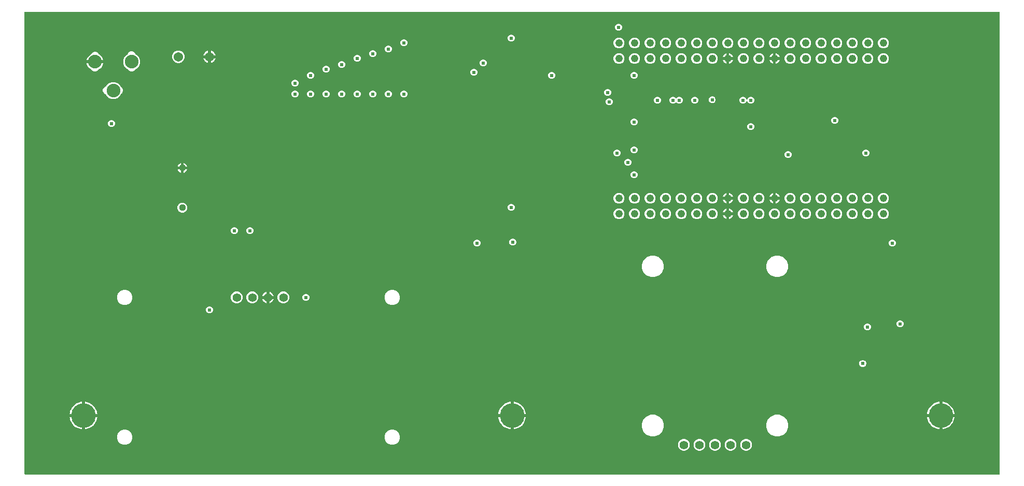
<source format=gbr>
G04 EAGLE Gerber RS-274X export*
G75*
%MOMM*%
%FSLAX34Y34*%
%LPD*%
%INCopper Layer 2*%
%IPPOS*%
%AMOC8*
5,1,8,0,0,1.08239X$1,22.5*%
G01*
%ADD10C,1.422400*%
%ADD11C,1.120000*%
%ADD12C,2.240000*%
%ADD13C,1.400000*%
%ADD14C,4.016000*%
%ADD15C,1.540000*%
%ADD16C,1.244600*%
%ADD17C,0.609600*%

G36*
X1594308Y2556D02*
X1594308Y2556D01*
X1594427Y2563D01*
X1594465Y2576D01*
X1594506Y2581D01*
X1594616Y2624D01*
X1594729Y2661D01*
X1594764Y2683D01*
X1594801Y2698D01*
X1594897Y2767D01*
X1594998Y2831D01*
X1595026Y2861D01*
X1595059Y2884D01*
X1595135Y2976D01*
X1595216Y3063D01*
X1595236Y3098D01*
X1595261Y3129D01*
X1595312Y3237D01*
X1595370Y3341D01*
X1595380Y3381D01*
X1595397Y3417D01*
X1595419Y3534D01*
X1595449Y3649D01*
X1595453Y3709D01*
X1595457Y3729D01*
X1595455Y3750D01*
X1595459Y3810D01*
X1595459Y758190D01*
X1595444Y758308D01*
X1595437Y758427D01*
X1595424Y758465D01*
X1595419Y758506D01*
X1595376Y758616D01*
X1595339Y758729D01*
X1595317Y758764D01*
X1595302Y758801D01*
X1595233Y758897D01*
X1595169Y758998D01*
X1595139Y759026D01*
X1595116Y759059D01*
X1595024Y759135D01*
X1594937Y759216D01*
X1594902Y759236D01*
X1594871Y759261D01*
X1594763Y759312D01*
X1594659Y759370D01*
X1594619Y759380D01*
X1594583Y759397D01*
X1594466Y759419D01*
X1594351Y759449D01*
X1594291Y759453D01*
X1594271Y759457D01*
X1594250Y759455D01*
X1594190Y759459D01*
X3810Y759459D01*
X3692Y759444D01*
X3573Y759437D01*
X3535Y759424D01*
X3494Y759419D01*
X3384Y759376D01*
X3271Y759339D01*
X3236Y759317D01*
X3199Y759302D01*
X3103Y759233D01*
X3002Y759169D01*
X2974Y759139D01*
X2941Y759116D01*
X2865Y759024D01*
X2784Y758937D01*
X2764Y758902D01*
X2739Y758871D01*
X2688Y758763D01*
X2630Y758659D01*
X2620Y758619D01*
X2603Y758583D01*
X2581Y758466D01*
X2551Y758351D01*
X2547Y758291D01*
X2543Y758271D01*
X2545Y758250D01*
X2541Y758190D01*
X2541Y3810D01*
X2556Y3692D01*
X2563Y3573D01*
X2576Y3535D01*
X2581Y3494D01*
X2624Y3384D01*
X2661Y3271D01*
X2683Y3236D01*
X2698Y3199D01*
X2767Y3103D01*
X2831Y3002D01*
X2861Y2974D01*
X2884Y2941D01*
X2976Y2865D01*
X3063Y2784D01*
X3098Y2764D01*
X3129Y2739D01*
X3237Y2688D01*
X3341Y2630D01*
X3381Y2620D01*
X3417Y2603D01*
X3534Y2581D01*
X3649Y2551D01*
X3709Y2547D01*
X3729Y2543D01*
X3750Y2545D01*
X3810Y2541D01*
X1594190Y2541D01*
X1594308Y2556D01*
G37*
%LPC*%
G36*
X1025211Y65009D02*
X1025211Y65009D01*
X1018764Y67680D01*
X1013830Y72614D01*
X1011159Y79061D01*
X1011159Y86039D01*
X1013830Y92486D01*
X1018764Y97420D01*
X1025211Y100091D01*
X1032189Y100091D01*
X1038636Y97420D01*
X1043570Y92486D01*
X1046241Y86039D01*
X1046241Y79061D01*
X1043570Y72614D01*
X1038636Y67680D01*
X1032189Y65009D01*
X1025211Y65009D01*
G37*
%LPD*%
%LPC*%
G36*
X1228411Y325359D02*
X1228411Y325359D01*
X1221964Y328030D01*
X1217030Y332964D01*
X1214359Y339411D01*
X1214359Y346389D01*
X1217030Y352836D01*
X1221964Y357770D01*
X1228411Y360441D01*
X1235389Y360441D01*
X1241836Y357770D01*
X1246770Y352836D01*
X1249441Y346389D01*
X1249441Y339411D01*
X1246770Y332964D01*
X1241836Y328030D01*
X1235389Y325359D01*
X1228411Y325359D01*
G37*
%LPD*%
%LPC*%
G36*
X1228411Y65009D02*
X1228411Y65009D01*
X1221964Y67680D01*
X1217030Y72614D01*
X1214359Y79061D01*
X1214359Y86039D01*
X1217030Y92486D01*
X1221964Y97420D01*
X1228411Y100091D01*
X1235389Y100091D01*
X1241836Y97420D01*
X1246770Y92486D01*
X1249441Y86039D01*
X1249441Y79061D01*
X1246770Y72614D01*
X1241836Y67680D01*
X1235389Y65009D01*
X1228411Y65009D01*
G37*
%LPD*%
%LPC*%
G36*
X1025211Y325359D02*
X1025211Y325359D01*
X1018764Y328030D01*
X1013830Y332964D01*
X1011159Y339411D01*
X1011159Y346389D01*
X1013830Y352836D01*
X1018764Y357770D01*
X1025211Y360441D01*
X1032189Y360441D01*
X1038636Y357770D01*
X1043570Y352836D01*
X1046241Y346389D01*
X1046241Y339411D01*
X1043570Y332964D01*
X1038636Y328030D01*
X1032189Y325359D01*
X1025211Y325359D01*
G37*
%LPD*%
%LPC*%
G36*
X176481Y661597D02*
X176481Y661597D01*
X174147Y662564D01*
X172360Y664351D01*
X172246Y664625D01*
X172197Y664711D01*
X172157Y664801D01*
X172119Y664849D01*
X172089Y664901D01*
X172020Y664973D01*
X171958Y665050D01*
X171910Y665086D01*
X171868Y665130D01*
X171783Y665182D01*
X171704Y665241D01*
X171614Y665285D01*
X171596Y665296D01*
X171585Y665300D01*
X171559Y665312D01*
X170017Y665951D01*
X166151Y669817D01*
X164059Y674867D01*
X164059Y680333D01*
X166151Y685383D01*
X170017Y689249D01*
X170745Y689551D01*
X170831Y689600D01*
X170921Y689640D01*
X170968Y689678D01*
X171021Y689708D01*
X171092Y689777D01*
X171170Y689839D01*
X171206Y689887D01*
X171250Y689929D01*
X171301Y690014D01*
X171361Y690093D01*
X171405Y690183D01*
X171416Y690200D01*
X171419Y690212D01*
X171432Y690237D01*
X172106Y691865D01*
X173893Y693652D01*
X176227Y694619D01*
X178753Y694619D01*
X181087Y693652D01*
X182874Y691865D01*
X183420Y690547D01*
X183469Y690461D01*
X183510Y690371D01*
X183547Y690324D01*
X183577Y690271D01*
X183646Y690200D01*
X183708Y690123D01*
X183756Y690086D01*
X183799Y690043D01*
X183883Y689991D01*
X183962Y689931D01*
X184052Y689887D01*
X184070Y689877D01*
X184081Y689873D01*
X184107Y689861D01*
X185583Y689249D01*
X189449Y685383D01*
X191541Y680333D01*
X191541Y674867D01*
X189449Y669817D01*
X185583Y665951D01*
X183905Y665256D01*
X183819Y665207D01*
X183729Y665166D01*
X183682Y665129D01*
X183629Y665099D01*
X183558Y665030D01*
X183481Y664968D01*
X183444Y664919D01*
X183401Y664877D01*
X183349Y664793D01*
X183289Y664714D01*
X183245Y664623D01*
X183234Y664606D01*
X183231Y664594D01*
X183218Y664569D01*
X183128Y664351D01*
X181341Y662564D01*
X179007Y661597D01*
X176481Y661597D01*
G37*
%LPD*%
%LPC*%
G36*
X145067Y616859D02*
X145067Y616859D01*
X140017Y618951D01*
X136151Y622817D01*
X135568Y624224D01*
X135519Y624310D01*
X135479Y624400D01*
X135441Y624447D01*
X135411Y624500D01*
X135342Y624571D01*
X135280Y624648D01*
X135232Y624685D01*
X135189Y624728D01*
X135105Y624780D01*
X135026Y624840D01*
X134936Y624884D01*
X134918Y624895D01*
X134907Y624898D01*
X134881Y624911D01*
X133507Y625480D01*
X131720Y627267D01*
X130753Y629601D01*
X130753Y632127D01*
X131720Y634461D01*
X133507Y636248D01*
X135145Y636927D01*
X135231Y636976D01*
X135322Y637016D01*
X135369Y637054D01*
X135422Y637084D01*
X135493Y637153D01*
X135570Y637215D01*
X135607Y637263D01*
X135650Y637306D01*
X135702Y637390D01*
X135761Y637469D01*
X135806Y637559D01*
X135816Y637577D01*
X135820Y637588D01*
X135832Y637614D01*
X136151Y638384D01*
X140017Y642249D01*
X145067Y644341D01*
X150533Y644341D01*
X155583Y642249D01*
X159449Y638383D01*
X160042Y636951D01*
X160091Y636865D01*
X160132Y636774D01*
X160170Y636727D01*
X160200Y636674D01*
X160269Y636603D01*
X160331Y636526D01*
X160379Y636489D01*
X160421Y636446D01*
X160505Y636394D01*
X160585Y636335D01*
X160675Y636290D01*
X160692Y636280D01*
X160704Y636276D01*
X160729Y636264D01*
X160767Y636248D01*
X162554Y634461D01*
X163521Y632127D01*
X163521Y629601D01*
X162554Y627267D01*
X160589Y625302D01*
X160569Y625285D01*
X160532Y625237D01*
X160489Y625195D01*
X160437Y625111D01*
X160377Y625031D01*
X160333Y624942D01*
X160323Y624924D01*
X160319Y624913D01*
X160306Y624887D01*
X159449Y622817D01*
X155583Y618951D01*
X150533Y616859D01*
X145067Y616859D01*
G37*
%LPD*%
%LPC*%
G36*
X116283Y661597D02*
X116283Y661597D01*
X113949Y662564D01*
X112162Y664351D01*
X111974Y664806D01*
X111949Y664849D01*
X111932Y664895D01*
X111871Y664986D01*
X111816Y665082D01*
X111782Y665118D01*
X111754Y665158D01*
X111672Y665231D01*
X111595Y665311D01*
X111553Y665336D01*
X111516Y665369D01*
X111377Y665451D01*
X110598Y665848D01*
X108849Y667119D01*
X107319Y668649D01*
X106048Y670398D01*
X105066Y672325D01*
X104398Y674382D01*
X104290Y675061D01*
X116530Y675061D01*
X116648Y675076D01*
X116767Y675083D01*
X116805Y675096D01*
X116845Y675101D01*
X116956Y675144D01*
X117069Y675181D01*
X117103Y675203D01*
X117141Y675218D01*
X117237Y675288D01*
X117338Y675351D01*
X117366Y675381D01*
X117398Y675404D01*
X117474Y675496D01*
X117556Y675583D01*
X117575Y675618D01*
X117601Y675649D01*
X117652Y675757D01*
X117709Y675861D01*
X117720Y675901D01*
X117737Y675937D01*
X117759Y676054D01*
X117789Y676169D01*
X117793Y676230D01*
X117797Y676250D01*
X117795Y676270D01*
X117799Y676330D01*
X117799Y678870D01*
X117784Y678988D01*
X117777Y679107D01*
X117764Y679145D01*
X117759Y679185D01*
X117715Y679296D01*
X117679Y679409D01*
X117657Y679444D01*
X117642Y679481D01*
X117572Y679577D01*
X117509Y679678D01*
X117479Y679706D01*
X117455Y679739D01*
X117364Y679814D01*
X117277Y679896D01*
X117242Y679916D01*
X117210Y679941D01*
X117103Y679992D01*
X116998Y680050D01*
X116959Y680060D01*
X116923Y680077D01*
X116806Y680099D01*
X116691Y680129D01*
X116630Y680133D01*
X116610Y680137D01*
X116590Y680135D01*
X116530Y680139D01*
X104290Y680139D01*
X104398Y680818D01*
X105066Y682875D01*
X106048Y684802D01*
X107319Y686551D01*
X108849Y688081D01*
X110598Y689352D01*
X111299Y689709D01*
X111340Y689737D01*
X111385Y689757D01*
X111471Y689826D01*
X111562Y689888D01*
X111595Y689925D01*
X111633Y689956D01*
X111700Y690044D01*
X111772Y690126D01*
X111795Y690170D01*
X111825Y690210D01*
X111895Y690354D01*
X112416Y691611D01*
X114203Y693398D01*
X116537Y694365D01*
X119063Y694365D01*
X121397Y693398D01*
X123184Y691611D01*
X123705Y690354D01*
X123729Y690311D01*
X123746Y690265D01*
X123807Y690174D01*
X123862Y690078D01*
X123896Y690043D01*
X123924Y690002D01*
X124007Y689929D01*
X124083Y689850D01*
X124126Y689824D01*
X124162Y689791D01*
X124301Y689709D01*
X125002Y689352D01*
X126751Y688081D01*
X128281Y686551D01*
X129552Y684802D01*
X130534Y682875D01*
X131202Y680818D01*
X131310Y680139D01*
X119070Y680139D01*
X118952Y680124D01*
X118833Y680117D01*
X118795Y680104D01*
X118755Y680099D01*
X118644Y680056D01*
X118531Y680019D01*
X118497Y679997D01*
X118459Y679982D01*
X118363Y679912D01*
X118262Y679849D01*
X118234Y679819D01*
X118202Y679795D01*
X118126Y679704D01*
X118044Y679617D01*
X118025Y679582D01*
X117999Y679551D01*
X117948Y679443D01*
X117891Y679339D01*
X117880Y679299D01*
X117863Y679263D01*
X117841Y679146D01*
X117811Y679031D01*
X117807Y678970D01*
X117803Y678950D01*
X117805Y678930D01*
X117801Y678870D01*
X117801Y676330D01*
X117816Y676212D01*
X117823Y676093D01*
X117836Y676055D01*
X117841Y676014D01*
X117885Y675904D01*
X117921Y675791D01*
X117943Y675756D01*
X117958Y675719D01*
X118028Y675623D01*
X118091Y675522D01*
X118121Y675494D01*
X118145Y675461D01*
X118236Y675386D01*
X118323Y675304D01*
X118358Y675284D01*
X118390Y675259D01*
X118497Y675208D01*
X118602Y675150D01*
X118641Y675140D01*
X118677Y675123D01*
X118794Y675101D01*
X118909Y675071D01*
X118970Y675067D01*
X118990Y675063D01*
X119010Y675065D01*
X119070Y675061D01*
X131310Y675061D01*
X131202Y674382D01*
X130534Y672325D01*
X129552Y670398D01*
X128281Y668649D01*
X126751Y667119D01*
X125002Y665848D01*
X123579Y665123D01*
X123538Y665095D01*
X123493Y665075D01*
X123407Y665006D01*
X123316Y664944D01*
X123283Y664907D01*
X123245Y664876D01*
X123178Y664788D01*
X123106Y664706D01*
X123083Y664662D01*
X123053Y664622D01*
X122983Y664478D01*
X122930Y664351D01*
X121143Y662564D01*
X118809Y661597D01*
X116283Y661597D01*
G37*
%LPD*%
%LPC*%
G36*
X163865Y50959D02*
X163865Y50959D01*
X159256Y52868D01*
X155728Y56396D01*
X153819Y61005D01*
X153819Y65995D01*
X155728Y70604D01*
X159256Y74132D01*
X163865Y76041D01*
X168855Y76041D01*
X173464Y74132D01*
X176992Y70604D01*
X178901Y65995D01*
X178901Y61005D01*
X176992Y56396D01*
X173464Y52868D01*
X168855Y50959D01*
X163865Y50959D01*
G37*
%LPD*%
%LPC*%
G36*
X600745Y50959D02*
X600745Y50959D01*
X596136Y52868D01*
X592608Y56396D01*
X590699Y61005D01*
X590699Y65995D01*
X592608Y70604D01*
X596136Y74132D01*
X600745Y76041D01*
X605735Y76041D01*
X610344Y74132D01*
X613872Y70604D01*
X615781Y65995D01*
X615781Y61005D01*
X613872Y56396D01*
X610344Y52868D01*
X605735Y50959D01*
X600745Y50959D01*
G37*
%LPD*%
%LPC*%
G36*
X163865Y279559D02*
X163865Y279559D01*
X159256Y281468D01*
X155728Y284996D01*
X153819Y289605D01*
X153819Y294595D01*
X155728Y299204D01*
X159256Y302732D01*
X163865Y304641D01*
X168855Y304641D01*
X173464Y302732D01*
X176992Y299204D01*
X178901Y294595D01*
X178901Y289605D01*
X176992Y284996D01*
X173464Y281468D01*
X168855Y279559D01*
X163865Y279559D01*
G37*
%LPD*%
%LPC*%
G36*
X600745Y279559D02*
X600745Y279559D01*
X596136Y281468D01*
X592608Y284996D01*
X590699Y289605D01*
X590699Y294595D01*
X592608Y299204D01*
X596136Y302732D01*
X600745Y304641D01*
X605735Y304641D01*
X610344Y302732D01*
X613872Y299204D01*
X615781Y294595D01*
X615781Y289605D01*
X613872Y284996D01*
X610344Y281468D01*
X605735Y279559D01*
X600745Y279559D01*
G37*
%LPD*%
%LPC*%
G36*
X251963Y675559D02*
X251963Y675559D01*
X248199Y677118D01*
X245318Y679999D01*
X243759Y683763D01*
X243759Y687837D01*
X245318Y691601D01*
X248199Y694482D01*
X251963Y696041D01*
X256037Y696041D01*
X259801Y694482D01*
X262682Y691601D01*
X264241Y687837D01*
X264241Y683763D01*
X262682Y679999D01*
X259801Y677118D01*
X256037Y675559D01*
X251963Y675559D01*
G37*
%LPD*%
%LPC*%
G36*
X423520Y282447D02*
X423520Y282447D01*
X419972Y283917D01*
X417257Y286632D01*
X415787Y290180D01*
X415787Y294020D01*
X417257Y297568D01*
X419972Y300283D01*
X423520Y301753D01*
X427360Y301753D01*
X430908Y300283D01*
X433623Y297568D01*
X435093Y294020D01*
X435093Y290180D01*
X433623Y286632D01*
X430908Y283917D01*
X427360Y282447D01*
X423520Y282447D01*
G37*
%LPD*%
%LPC*%
G36*
X372720Y282447D02*
X372720Y282447D01*
X369172Y283917D01*
X366457Y286632D01*
X364987Y290180D01*
X364987Y294020D01*
X366457Y297568D01*
X369172Y300283D01*
X372720Y301753D01*
X376560Y301753D01*
X380108Y300283D01*
X382823Y297568D01*
X384293Y294020D01*
X384293Y290180D01*
X382823Y286632D01*
X380108Y283917D01*
X376560Y282447D01*
X372720Y282447D01*
G37*
%LPD*%
%LPC*%
G36*
X347320Y282447D02*
X347320Y282447D01*
X343772Y283917D01*
X341057Y286632D01*
X339587Y290180D01*
X339587Y294020D01*
X341057Y297568D01*
X343772Y300283D01*
X347320Y301753D01*
X351160Y301753D01*
X354708Y300283D01*
X357423Y297568D01*
X358893Y294020D01*
X358893Y290180D01*
X357423Y286632D01*
X354708Y283917D01*
X351160Y282447D01*
X347320Y282447D01*
G37*
%LPD*%
%LPC*%
G36*
X101539Y101539D02*
X101539Y101539D01*
X101539Y121478D01*
X102795Y121336D01*
X105272Y120771D01*
X107670Y119932D01*
X109959Y118829D01*
X112111Y117478D01*
X114097Y115894D01*
X115894Y114097D01*
X117478Y112111D01*
X118829Y109959D01*
X119932Y107670D01*
X120771Y105272D01*
X121336Y102795D01*
X121478Y101539D01*
X101539Y101539D01*
G37*
%LPD*%
%LPC*%
G36*
X801539Y101539D02*
X801539Y101539D01*
X801539Y121478D01*
X802795Y121336D01*
X805272Y120771D01*
X807670Y119932D01*
X809959Y118829D01*
X812111Y117478D01*
X814097Y115894D01*
X815894Y114097D01*
X817478Y112111D01*
X818829Y109959D01*
X819932Y107670D01*
X820771Y105272D01*
X821336Y102795D01*
X821478Y101539D01*
X801539Y101539D01*
G37*
%LPD*%
%LPC*%
G36*
X1501539Y101539D02*
X1501539Y101539D01*
X1501539Y121478D01*
X1502795Y121336D01*
X1505272Y120771D01*
X1507670Y119932D01*
X1509959Y118829D01*
X1512111Y117478D01*
X1514097Y115894D01*
X1515894Y114097D01*
X1517478Y112111D01*
X1518829Y109959D01*
X1519932Y107670D01*
X1520771Y105272D01*
X1521336Y102795D01*
X1521478Y101539D01*
X1501539Y101539D01*
G37*
%LPD*%
%LPC*%
G36*
X1501539Y96461D02*
X1501539Y96461D01*
X1521478Y96461D01*
X1521336Y95205D01*
X1520771Y92728D01*
X1519932Y90330D01*
X1518829Y88041D01*
X1517478Y85889D01*
X1515894Y83903D01*
X1514097Y82106D01*
X1512111Y80522D01*
X1509959Y79171D01*
X1507670Y78068D01*
X1505272Y77229D01*
X1502795Y76664D01*
X1501539Y76522D01*
X1501539Y96461D01*
G37*
%LPD*%
%LPC*%
G36*
X76522Y101539D02*
X76522Y101539D01*
X76664Y102795D01*
X77229Y105272D01*
X78068Y107670D01*
X79171Y109959D01*
X80522Y112111D01*
X82106Y114097D01*
X83903Y115894D01*
X85889Y117478D01*
X88041Y118829D01*
X90330Y119932D01*
X92728Y120771D01*
X95205Y121336D01*
X96461Y121478D01*
X96461Y101539D01*
X76522Y101539D01*
G37*
%LPD*%
%LPC*%
G36*
X776522Y101539D02*
X776522Y101539D01*
X776664Y102795D01*
X777229Y105272D01*
X778068Y107670D01*
X779171Y109959D01*
X780522Y112111D01*
X782106Y114097D01*
X783903Y115894D01*
X785889Y117478D01*
X788041Y118829D01*
X790330Y119932D01*
X792728Y120771D01*
X795205Y121336D01*
X796461Y121478D01*
X796461Y101539D01*
X776522Y101539D01*
G37*
%LPD*%
%LPC*%
G36*
X1476522Y101539D02*
X1476522Y101539D01*
X1476664Y102795D01*
X1477229Y105272D01*
X1478068Y107670D01*
X1479171Y109959D01*
X1480522Y112111D01*
X1482106Y114097D01*
X1483903Y115894D01*
X1485889Y117478D01*
X1488041Y118829D01*
X1490330Y119932D01*
X1492728Y120771D01*
X1495205Y121336D01*
X1496461Y121478D01*
X1496461Y101539D01*
X1476522Y101539D01*
G37*
%LPD*%
%LPC*%
G36*
X801539Y96461D02*
X801539Y96461D01*
X821478Y96461D01*
X821336Y95205D01*
X820771Y92728D01*
X819932Y90330D01*
X818829Y88041D01*
X817478Y85889D01*
X815894Y83903D01*
X814097Y82106D01*
X812111Y80522D01*
X809959Y79171D01*
X807670Y78068D01*
X805272Y77229D01*
X802795Y76664D01*
X801539Y76522D01*
X801539Y96461D01*
G37*
%LPD*%
%LPC*%
G36*
X101539Y96461D02*
X101539Y96461D01*
X121478Y96461D01*
X121336Y95205D01*
X120771Y92728D01*
X119932Y90330D01*
X118829Y88041D01*
X117478Y85889D01*
X115894Y83903D01*
X114097Y82106D01*
X112111Y80522D01*
X109959Y79171D01*
X107670Y78068D01*
X105272Y77229D01*
X102795Y76664D01*
X101539Y76522D01*
X101539Y96461D01*
G37*
%LPD*%
%LPC*%
G36*
X1495205Y76664D02*
X1495205Y76664D01*
X1492728Y77229D01*
X1490330Y78068D01*
X1488041Y79171D01*
X1485889Y80522D01*
X1483903Y82106D01*
X1482106Y83903D01*
X1480522Y85889D01*
X1479171Y88041D01*
X1478068Y90330D01*
X1477229Y92728D01*
X1476664Y95205D01*
X1476522Y96461D01*
X1496461Y96461D01*
X1496461Y76522D01*
X1495205Y76664D01*
G37*
%LPD*%
%LPC*%
G36*
X795205Y76664D02*
X795205Y76664D01*
X792728Y77229D01*
X790330Y78068D01*
X788041Y79171D01*
X785889Y80522D01*
X783903Y82106D01*
X782106Y83903D01*
X780522Y85889D01*
X779171Y88041D01*
X778068Y90330D01*
X777229Y92728D01*
X776664Y95205D01*
X776522Y96461D01*
X796461Y96461D01*
X796461Y76522D01*
X795205Y76664D01*
G37*
%LPD*%
%LPC*%
G36*
X95205Y76664D02*
X95205Y76664D01*
X92728Y77229D01*
X90330Y78068D01*
X88041Y79171D01*
X85889Y80522D01*
X83903Y82106D01*
X82106Y83903D01*
X80522Y85889D01*
X79171Y88041D01*
X78068Y90330D01*
X77229Y92728D01*
X76664Y95205D01*
X76522Y96461D01*
X96461Y96461D01*
X96461Y76522D01*
X95205Y76664D01*
G37*
%LPD*%
%LPC*%
G36*
X1077602Y41259D02*
X1077602Y41259D01*
X1074096Y42712D01*
X1071412Y45396D01*
X1069959Y48902D01*
X1069959Y52698D01*
X1071412Y56204D01*
X1074096Y58888D01*
X1077602Y60341D01*
X1081398Y60341D01*
X1084904Y58888D01*
X1087588Y56204D01*
X1089041Y52698D01*
X1089041Y48902D01*
X1087588Y45396D01*
X1084904Y42712D01*
X1081398Y41259D01*
X1077602Y41259D01*
G37*
%LPD*%
%LPC*%
G36*
X1103002Y41259D02*
X1103002Y41259D01*
X1099496Y42712D01*
X1096812Y45396D01*
X1095359Y48902D01*
X1095359Y52698D01*
X1096812Y56204D01*
X1099496Y58888D01*
X1103002Y60341D01*
X1106798Y60341D01*
X1110304Y58888D01*
X1112988Y56204D01*
X1114441Y52698D01*
X1114441Y48902D01*
X1112988Y45396D01*
X1110304Y42712D01*
X1106798Y41259D01*
X1103002Y41259D01*
G37*
%LPD*%
%LPC*%
G36*
X1179202Y41259D02*
X1179202Y41259D01*
X1175696Y42712D01*
X1173012Y45396D01*
X1171559Y48902D01*
X1171559Y52698D01*
X1173012Y56204D01*
X1175696Y58888D01*
X1179202Y60341D01*
X1182998Y60341D01*
X1186504Y58888D01*
X1189188Y56204D01*
X1190641Y52698D01*
X1190641Y48902D01*
X1189188Y45396D01*
X1186504Y42712D01*
X1182998Y41259D01*
X1179202Y41259D01*
G37*
%LPD*%
%LPC*%
G36*
X1153802Y41259D02*
X1153802Y41259D01*
X1150296Y42712D01*
X1147612Y45396D01*
X1146159Y48902D01*
X1146159Y52698D01*
X1147612Y56204D01*
X1150296Y58888D01*
X1153802Y60341D01*
X1157598Y60341D01*
X1161104Y58888D01*
X1163788Y56204D01*
X1165241Y52698D01*
X1165241Y48902D01*
X1163788Y45396D01*
X1161104Y42712D01*
X1157598Y41259D01*
X1153802Y41259D01*
G37*
%LPD*%
%LPC*%
G36*
X1128402Y41259D02*
X1128402Y41259D01*
X1124896Y42712D01*
X1122212Y45396D01*
X1120759Y48902D01*
X1120759Y52698D01*
X1122212Y56204D01*
X1124896Y58888D01*
X1128402Y60341D01*
X1132198Y60341D01*
X1135704Y58888D01*
X1138388Y56204D01*
X1139841Y52698D01*
X1139841Y48902D01*
X1138388Y45396D01*
X1135704Y42712D01*
X1132198Y41259D01*
X1128402Y41259D01*
G37*
%LPD*%
%LPC*%
G36*
X1047957Y699636D02*
X1047957Y699636D01*
X1044736Y700970D01*
X1042270Y703436D01*
X1040936Y706657D01*
X1040936Y710143D01*
X1042270Y713364D01*
X1044736Y715830D01*
X1047957Y717164D01*
X1051443Y717164D01*
X1054664Y715830D01*
X1057130Y713364D01*
X1058464Y710143D01*
X1058464Y706657D01*
X1057130Y703436D01*
X1054664Y700970D01*
X1051443Y699636D01*
X1047957Y699636D01*
G37*
%LPD*%
%LPC*%
G36*
X1022557Y699636D02*
X1022557Y699636D01*
X1019336Y700970D01*
X1016870Y703436D01*
X1015536Y706657D01*
X1015536Y710143D01*
X1016870Y713364D01*
X1019336Y715830D01*
X1022557Y717164D01*
X1026043Y717164D01*
X1029264Y715830D01*
X1031730Y713364D01*
X1033064Y710143D01*
X1033064Y706657D01*
X1031730Y703436D01*
X1029264Y700970D01*
X1026043Y699636D01*
X1022557Y699636D01*
G37*
%LPD*%
%LPC*%
G36*
X1276557Y445636D02*
X1276557Y445636D01*
X1273336Y446970D01*
X1270870Y449436D01*
X1269536Y452657D01*
X1269536Y456143D01*
X1270870Y459364D01*
X1273336Y461830D01*
X1276557Y463164D01*
X1280043Y463164D01*
X1283264Y461830D01*
X1285730Y459364D01*
X1287064Y456143D01*
X1287064Y452657D01*
X1285730Y449436D01*
X1283264Y446970D01*
X1280043Y445636D01*
X1276557Y445636D01*
G37*
%LPD*%
%LPC*%
G36*
X1301957Y445636D02*
X1301957Y445636D01*
X1298736Y446970D01*
X1296270Y449436D01*
X1294936Y452657D01*
X1294936Y456143D01*
X1296270Y459364D01*
X1298736Y461830D01*
X1301957Y463164D01*
X1305443Y463164D01*
X1308664Y461830D01*
X1311130Y459364D01*
X1312464Y456143D01*
X1312464Y452657D01*
X1311130Y449436D01*
X1308664Y446970D01*
X1305443Y445636D01*
X1301957Y445636D01*
G37*
%LPD*%
%LPC*%
G36*
X971757Y445636D02*
X971757Y445636D01*
X968536Y446970D01*
X966070Y449436D01*
X964736Y452657D01*
X964736Y456143D01*
X966070Y459364D01*
X968536Y461830D01*
X971757Y463164D01*
X975243Y463164D01*
X978464Y461830D01*
X980930Y459364D01*
X982264Y456143D01*
X982264Y452657D01*
X980930Y449436D01*
X978464Y446970D01*
X975243Y445636D01*
X971757Y445636D01*
G37*
%LPD*%
%LPC*%
G36*
X1098757Y674236D02*
X1098757Y674236D01*
X1095536Y675570D01*
X1093070Y678036D01*
X1091736Y681257D01*
X1091736Y684743D01*
X1093070Y687964D01*
X1095536Y690430D01*
X1098757Y691764D01*
X1102243Y691764D01*
X1105464Y690430D01*
X1107930Y687964D01*
X1109264Y684743D01*
X1109264Y681257D01*
X1107930Y678036D01*
X1105464Y675570D01*
X1102243Y674236D01*
X1098757Y674236D01*
G37*
%LPD*%
%LPC*%
G36*
X1073357Y674236D02*
X1073357Y674236D01*
X1070136Y675570D01*
X1067670Y678036D01*
X1066336Y681257D01*
X1066336Y684743D01*
X1067670Y687964D01*
X1070136Y690430D01*
X1073357Y691764D01*
X1076843Y691764D01*
X1080064Y690430D01*
X1082530Y687964D01*
X1083864Y684743D01*
X1083864Y681257D01*
X1082530Y678036D01*
X1080064Y675570D01*
X1076843Y674236D01*
X1073357Y674236D01*
G37*
%LPD*%
%LPC*%
G36*
X1047957Y674236D02*
X1047957Y674236D01*
X1044736Y675570D01*
X1042270Y678036D01*
X1040936Y681257D01*
X1040936Y684743D01*
X1042270Y687964D01*
X1044736Y690430D01*
X1047957Y691764D01*
X1051443Y691764D01*
X1054664Y690430D01*
X1057130Y687964D01*
X1058464Y684743D01*
X1058464Y681257D01*
X1057130Y678036D01*
X1054664Y675570D01*
X1051443Y674236D01*
X1047957Y674236D01*
G37*
%LPD*%
%LPC*%
G36*
X1022557Y674236D02*
X1022557Y674236D01*
X1019336Y675570D01*
X1016870Y678036D01*
X1015536Y681257D01*
X1015536Y684743D01*
X1016870Y687964D01*
X1019336Y690430D01*
X1022557Y691764D01*
X1026043Y691764D01*
X1029264Y690430D01*
X1031730Y687964D01*
X1033064Y684743D01*
X1033064Y681257D01*
X1031730Y678036D01*
X1029264Y675570D01*
X1026043Y674236D01*
X1022557Y674236D01*
G37*
%LPD*%
%LPC*%
G36*
X997157Y674236D02*
X997157Y674236D01*
X993936Y675570D01*
X991470Y678036D01*
X990136Y681257D01*
X990136Y684743D01*
X991470Y687964D01*
X993936Y690430D01*
X997157Y691764D01*
X1000643Y691764D01*
X1003864Y690430D01*
X1006330Y687964D01*
X1007664Y684743D01*
X1007664Y681257D01*
X1006330Y678036D01*
X1003864Y675570D01*
X1000643Y674236D01*
X997157Y674236D01*
G37*
%LPD*%
%LPC*%
G36*
X971757Y674236D02*
X971757Y674236D01*
X968536Y675570D01*
X966070Y678036D01*
X964736Y681257D01*
X964736Y684743D01*
X966070Y687964D01*
X968536Y690430D01*
X971757Y691764D01*
X975243Y691764D01*
X978464Y690430D01*
X980930Y687964D01*
X982264Y684743D01*
X982264Y681257D01*
X980930Y678036D01*
X978464Y675570D01*
X975243Y674236D01*
X971757Y674236D01*
G37*
%LPD*%
%LPC*%
G36*
X1403557Y674236D02*
X1403557Y674236D01*
X1400336Y675570D01*
X1397870Y678036D01*
X1396536Y681257D01*
X1396536Y684743D01*
X1397870Y687964D01*
X1400336Y690430D01*
X1403557Y691764D01*
X1407043Y691764D01*
X1410264Y690430D01*
X1412730Y687964D01*
X1414064Y684743D01*
X1414064Y681257D01*
X1412730Y678036D01*
X1410264Y675570D01*
X1407043Y674236D01*
X1403557Y674236D01*
G37*
%LPD*%
%LPC*%
G36*
X1378157Y674236D02*
X1378157Y674236D01*
X1374936Y675570D01*
X1372470Y678036D01*
X1371136Y681257D01*
X1371136Y684743D01*
X1372470Y687964D01*
X1374936Y690430D01*
X1378157Y691764D01*
X1381643Y691764D01*
X1384864Y690430D01*
X1387330Y687964D01*
X1388664Y684743D01*
X1388664Y681257D01*
X1387330Y678036D01*
X1384864Y675570D01*
X1381643Y674236D01*
X1378157Y674236D01*
G37*
%LPD*%
%LPC*%
G36*
X1352757Y674236D02*
X1352757Y674236D01*
X1349536Y675570D01*
X1347070Y678036D01*
X1345736Y681257D01*
X1345736Y684743D01*
X1347070Y687964D01*
X1349536Y690430D01*
X1352757Y691764D01*
X1356243Y691764D01*
X1359464Y690430D01*
X1361930Y687964D01*
X1363264Y684743D01*
X1363264Y681257D01*
X1361930Y678036D01*
X1359464Y675570D01*
X1356243Y674236D01*
X1352757Y674236D01*
G37*
%LPD*%
%LPC*%
G36*
X1327357Y674236D02*
X1327357Y674236D01*
X1324136Y675570D01*
X1321670Y678036D01*
X1320336Y681257D01*
X1320336Y684743D01*
X1321670Y687964D01*
X1324136Y690430D01*
X1327357Y691764D01*
X1330843Y691764D01*
X1334064Y690430D01*
X1336530Y687964D01*
X1337864Y684743D01*
X1337864Y681257D01*
X1336530Y678036D01*
X1334064Y675570D01*
X1330843Y674236D01*
X1327357Y674236D01*
G37*
%LPD*%
%LPC*%
G36*
X1301957Y674236D02*
X1301957Y674236D01*
X1298736Y675570D01*
X1296270Y678036D01*
X1294936Y681257D01*
X1294936Y684743D01*
X1296270Y687964D01*
X1298736Y690430D01*
X1301957Y691764D01*
X1305443Y691764D01*
X1308664Y690430D01*
X1311130Y687964D01*
X1312464Y684743D01*
X1312464Y681257D01*
X1311130Y678036D01*
X1308664Y675570D01*
X1305443Y674236D01*
X1301957Y674236D01*
G37*
%LPD*%
%LPC*%
G36*
X1276557Y674236D02*
X1276557Y674236D01*
X1273336Y675570D01*
X1270870Y678036D01*
X1269536Y681257D01*
X1269536Y684743D01*
X1270870Y687964D01*
X1273336Y690430D01*
X1276557Y691764D01*
X1280043Y691764D01*
X1283264Y690430D01*
X1285730Y687964D01*
X1287064Y684743D01*
X1287064Y681257D01*
X1285730Y678036D01*
X1283264Y675570D01*
X1280043Y674236D01*
X1276557Y674236D01*
G37*
%LPD*%
%LPC*%
G36*
X1251157Y674236D02*
X1251157Y674236D01*
X1247936Y675570D01*
X1245470Y678036D01*
X1244136Y681257D01*
X1244136Y684743D01*
X1245470Y687964D01*
X1247936Y690430D01*
X1251157Y691764D01*
X1254643Y691764D01*
X1257864Y690430D01*
X1260330Y687964D01*
X1261664Y684743D01*
X1261664Y681257D01*
X1260330Y678036D01*
X1257864Y675570D01*
X1254643Y674236D01*
X1251157Y674236D01*
G37*
%LPD*%
%LPC*%
G36*
X1200357Y674236D02*
X1200357Y674236D01*
X1197136Y675570D01*
X1194670Y678036D01*
X1193336Y681257D01*
X1193336Y684743D01*
X1194670Y687964D01*
X1197136Y690430D01*
X1200357Y691764D01*
X1203843Y691764D01*
X1207064Y690430D01*
X1209530Y687964D01*
X1210864Y684743D01*
X1210864Y681257D01*
X1209530Y678036D01*
X1207064Y675570D01*
X1203843Y674236D01*
X1200357Y674236D01*
G37*
%LPD*%
%LPC*%
G36*
X1174957Y445636D02*
X1174957Y445636D01*
X1171736Y446970D01*
X1169270Y449436D01*
X1167936Y452657D01*
X1167936Y456143D01*
X1169270Y459364D01*
X1171736Y461830D01*
X1174957Y463164D01*
X1178443Y463164D01*
X1181664Y461830D01*
X1184130Y459364D01*
X1185464Y456143D01*
X1185464Y452657D01*
X1184130Y449436D01*
X1181664Y446970D01*
X1178443Y445636D01*
X1174957Y445636D01*
G37*
%LPD*%
%LPC*%
G36*
X1378157Y445636D02*
X1378157Y445636D01*
X1374936Y446970D01*
X1372470Y449436D01*
X1371136Y452657D01*
X1371136Y456143D01*
X1372470Y459364D01*
X1374936Y461830D01*
X1378157Y463164D01*
X1381643Y463164D01*
X1384864Y461830D01*
X1387330Y459364D01*
X1388664Y456143D01*
X1388664Y452657D01*
X1387330Y449436D01*
X1384864Y446970D01*
X1381643Y445636D01*
X1378157Y445636D01*
G37*
%LPD*%
%LPC*%
G36*
X1200357Y445636D02*
X1200357Y445636D01*
X1197136Y446970D01*
X1194670Y449436D01*
X1193336Y452657D01*
X1193336Y456143D01*
X1194670Y459364D01*
X1197136Y461830D01*
X1200357Y463164D01*
X1203843Y463164D01*
X1207064Y461830D01*
X1209530Y459364D01*
X1210864Y456143D01*
X1210864Y452657D01*
X1209530Y449436D01*
X1207064Y446970D01*
X1203843Y445636D01*
X1200357Y445636D01*
G37*
%LPD*%
%LPC*%
G36*
X1251157Y445636D02*
X1251157Y445636D01*
X1247936Y446970D01*
X1245470Y449436D01*
X1244136Y452657D01*
X1244136Y456143D01*
X1245470Y459364D01*
X1247936Y461830D01*
X1251157Y463164D01*
X1254643Y463164D01*
X1257864Y461830D01*
X1260330Y459364D01*
X1261664Y456143D01*
X1261664Y452657D01*
X1260330Y449436D01*
X1257864Y446970D01*
X1254643Y445636D01*
X1251157Y445636D01*
G37*
%LPD*%
%LPC*%
G36*
X1327357Y445636D02*
X1327357Y445636D01*
X1324136Y446970D01*
X1321670Y449436D01*
X1320336Y452657D01*
X1320336Y456143D01*
X1321670Y459364D01*
X1324136Y461830D01*
X1327357Y463164D01*
X1330843Y463164D01*
X1334064Y461830D01*
X1336530Y459364D01*
X1337864Y456143D01*
X1337864Y452657D01*
X1336530Y449436D01*
X1334064Y446970D01*
X1330843Y445636D01*
X1327357Y445636D01*
G37*
%LPD*%
%LPC*%
G36*
X1352757Y445636D02*
X1352757Y445636D01*
X1349536Y446970D01*
X1347070Y449436D01*
X1345736Y452657D01*
X1345736Y456143D01*
X1347070Y459364D01*
X1349536Y461830D01*
X1352757Y463164D01*
X1356243Y463164D01*
X1359464Y461830D01*
X1361930Y459364D01*
X1363264Y456143D01*
X1363264Y452657D01*
X1361930Y449436D01*
X1359464Y446970D01*
X1356243Y445636D01*
X1352757Y445636D01*
G37*
%LPD*%
%LPC*%
G36*
X1225757Y699636D02*
X1225757Y699636D01*
X1222536Y700970D01*
X1220070Y703436D01*
X1218736Y706657D01*
X1218736Y710143D01*
X1220070Y713364D01*
X1222536Y715830D01*
X1225757Y717164D01*
X1229243Y717164D01*
X1232464Y715830D01*
X1234930Y713364D01*
X1236264Y710143D01*
X1236264Y706657D01*
X1234930Y703436D01*
X1232464Y700970D01*
X1229243Y699636D01*
X1225757Y699636D01*
G37*
%LPD*%
%LPC*%
G36*
X997157Y420236D02*
X997157Y420236D01*
X993936Y421570D01*
X991470Y424036D01*
X990136Y427257D01*
X990136Y430743D01*
X991470Y433964D01*
X993936Y436430D01*
X997157Y437764D01*
X1000643Y437764D01*
X1003864Y436430D01*
X1006330Y433964D01*
X1007664Y430743D01*
X1007664Y427257D01*
X1006330Y424036D01*
X1003864Y421570D01*
X1000643Y420236D01*
X997157Y420236D01*
G37*
%LPD*%
%LPC*%
G36*
X971757Y420236D02*
X971757Y420236D01*
X968536Y421570D01*
X966070Y424036D01*
X964736Y427257D01*
X964736Y430743D01*
X966070Y433964D01*
X968536Y436430D01*
X971757Y437764D01*
X975243Y437764D01*
X978464Y436430D01*
X980930Y433964D01*
X982264Y430743D01*
X982264Y427257D01*
X980930Y424036D01*
X978464Y421570D01*
X975243Y420236D01*
X971757Y420236D01*
G37*
%LPD*%
%LPC*%
G36*
X1403557Y420236D02*
X1403557Y420236D01*
X1400336Y421570D01*
X1397870Y424036D01*
X1396536Y427257D01*
X1396536Y430743D01*
X1397870Y433964D01*
X1400336Y436430D01*
X1403557Y437764D01*
X1407043Y437764D01*
X1410264Y436430D01*
X1412730Y433964D01*
X1414064Y430743D01*
X1414064Y427257D01*
X1412730Y424036D01*
X1410264Y421570D01*
X1407043Y420236D01*
X1403557Y420236D01*
G37*
%LPD*%
%LPC*%
G36*
X1378157Y420236D02*
X1378157Y420236D01*
X1374936Y421570D01*
X1372470Y424036D01*
X1371136Y427257D01*
X1371136Y430743D01*
X1372470Y433964D01*
X1374936Y436430D01*
X1378157Y437764D01*
X1381643Y437764D01*
X1384864Y436430D01*
X1387330Y433964D01*
X1388664Y430743D01*
X1388664Y427257D01*
X1387330Y424036D01*
X1384864Y421570D01*
X1381643Y420236D01*
X1378157Y420236D01*
G37*
%LPD*%
%LPC*%
G36*
X1352757Y420236D02*
X1352757Y420236D01*
X1349536Y421570D01*
X1347070Y424036D01*
X1345736Y427257D01*
X1345736Y430743D01*
X1347070Y433964D01*
X1349536Y436430D01*
X1352757Y437764D01*
X1356243Y437764D01*
X1359464Y436430D01*
X1361930Y433964D01*
X1363264Y430743D01*
X1363264Y427257D01*
X1361930Y424036D01*
X1359464Y421570D01*
X1356243Y420236D01*
X1352757Y420236D01*
G37*
%LPD*%
%LPC*%
G36*
X1327357Y420236D02*
X1327357Y420236D01*
X1324136Y421570D01*
X1321670Y424036D01*
X1320336Y427257D01*
X1320336Y430743D01*
X1321670Y433964D01*
X1324136Y436430D01*
X1327357Y437764D01*
X1330843Y437764D01*
X1334064Y436430D01*
X1336530Y433964D01*
X1337864Y430743D01*
X1337864Y427257D01*
X1336530Y424036D01*
X1334064Y421570D01*
X1330843Y420236D01*
X1327357Y420236D01*
G37*
%LPD*%
%LPC*%
G36*
X1301957Y420236D02*
X1301957Y420236D01*
X1298736Y421570D01*
X1296270Y424036D01*
X1294936Y427257D01*
X1294936Y430743D01*
X1296270Y433964D01*
X1298736Y436430D01*
X1301957Y437764D01*
X1305443Y437764D01*
X1308664Y436430D01*
X1311130Y433964D01*
X1312464Y430743D01*
X1312464Y427257D01*
X1311130Y424036D01*
X1308664Y421570D01*
X1305443Y420236D01*
X1301957Y420236D01*
G37*
%LPD*%
%LPC*%
G36*
X1276557Y420236D02*
X1276557Y420236D01*
X1273336Y421570D01*
X1270870Y424036D01*
X1269536Y427257D01*
X1269536Y430743D01*
X1270870Y433964D01*
X1273336Y436430D01*
X1276557Y437764D01*
X1280043Y437764D01*
X1283264Y436430D01*
X1285730Y433964D01*
X1287064Y430743D01*
X1287064Y427257D01*
X1285730Y424036D01*
X1283264Y421570D01*
X1280043Y420236D01*
X1276557Y420236D01*
G37*
%LPD*%
%LPC*%
G36*
X1251157Y420236D02*
X1251157Y420236D01*
X1247936Y421570D01*
X1245470Y424036D01*
X1244136Y427257D01*
X1244136Y430743D01*
X1245470Y433964D01*
X1247936Y436430D01*
X1251157Y437764D01*
X1254643Y437764D01*
X1257864Y436430D01*
X1260330Y433964D01*
X1261664Y430743D01*
X1261664Y427257D01*
X1260330Y424036D01*
X1257864Y421570D01*
X1254643Y420236D01*
X1251157Y420236D01*
G37*
%LPD*%
%LPC*%
G36*
X1225757Y420236D02*
X1225757Y420236D01*
X1222536Y421570D01*
X1220070Y424036D01*
X1218736Y427257D01*
X1218736Y430743D01*
X1220070Y433964D01*
X1222536Y436430D01*
X1225757Y437764D01*
X1229243Y437764D01*
X1232464Y436430D01*
X1234930Y433964D01*
X1236264Y430743D01*
X1236264Y427257D01*
X1234930Y424036D01*
X1232464Y421570D01*
X1229243Y420236D01*
X1225757Y420236D01*
G37*
%LPD*%
%LPC*%
G36*
X1200357Y420236D02*
X1200357Y420236D01*
X1197136Y421570D01*
X1194670Y424036D01*
X1193336Y427257D01*
X1193336Y430743D01*
X1194670Y433964D01*
X1197136Y436430D01*
X1200357Y437764D01*
X1203843Y437764D01*
X1207064Y436430D01*
X1209530Y433964D01*
X1210864Y430743D01*
X1210864Y427257D01*
X1209530Y424036D01*
X1207064Y421570D01*
X1203843Y420236D01*
X1200357Y420236D01*
G37*
%LPD*%
%LPC*%
G36*
X1174957Y420236D02*
X1174957Y420236D01*
X1171736Y421570D01*
X1169270Y424036D01*
X1167936Y427257D01*
X1167936Y430743D01*
X1169270Y433964D01*
X1171736Y436430D01*
X1174957Y437764D01*
X1178443Y437764D01*
X1181664Y436430D01*
X1184130Y433964D01*
X1185464Y430743D01*
X1185464Y427257D01*
X1184130Y424036D01*
X1181664Y421570D01*
X1178443Y420236D01*
X1174957Y420236D01*
G37*
%LPD*%
%LPC*%
G36*
X1124157Y420236D02*
X1124157Y420236D01*
X1120936Y421570D01*
X1118470Y424036D01*
X1117136Y427257D01*
X1117136Y430743D01*
X1118470Y433964D01*
X1120936Y436430D01*
X1124157Y437764D01*
X1127643Y437764D01*
X1130864Y436430D01*
X1133330Y433964D01*
X1134664Y430743D01*
X1134664Y427257D01*
X1133330Y424036D01*
X1130864Y421570D01*
X1127643Y420236D01*
X1124157Y420236D01*
G37*
%LPD*%
%LPC*%
G36*
X1098757Y420236D02*
X1098757Y420236D01*
X1095536Y421570D01*
X1093070Y424036D01*
X1091736Y427257D01*
X1091736Y430743D01*
X1093070Y433964D01*
X1095536Y436430D01*
X1098757Y437764D01*
X1102243Y437764D01*
X1105464Y436430D01*
X1107930Y433964D01*
X1109264Y430743D01*
X1109264Y427257D01*
X1107930Y424036D01*
X1105464Y421570D01*
X1102243Y420236D01*
X1098757Y420236D01*
G37*
%LPD*%
%LPC*%
G36*
X1073357Y420236D02*
X1073357Y420236D01*
X1070136Y421570D01*
X1067670Y424036D01*
X1066336Y427257D01*
X1066336Y430743D01*
X1067670Y433964D01*
X1070136Y436430D01*
X1073357Y437764D01*
X1076843Y437764D01*
X1080064Y436430D01*
X1082530Y433964D01*
X1083864Y430743D01*
X1083864Y427257D01*
X1082530Y424036D01*
X1080064Y421570D01*
X1076843Y420236D01*
X1073357Y420236D01*
G37*
%LPD*%
%LPC*%
G36*
X1047957Y420236D02*
X1047957Y420236D01*
X1044736Y421570D01*
X1042270Y424036D01*
X1040936Y427257D01*
X1040936Y430743D01*
X1042270Y433964D01*
X1044736Y436430D01*
X1047957Y437764D01*
X1051443Y437764D01*
X1054664Y436430D01*
X1057130Y433964D01*
X1058464Y430743D01*
X1058464Y427257D01*
X1057130Y424036D01*
X1054664Y421570D01*
X1051443Y420236D01*
X1047957Y420236D01*
G37*
%LPD*%
%LPC*%
G36*
X1022557Y420236D02*
X1022557Y420236D01*
X1019336Y421570D01*
X1016870Y424036D01*
X1015536Y427257D01*
X1015536Y430743D01*
X1016870Y433964D01*
X1019336Y436430D01*
X1022557Y437764D01*
X1026043Y437764D01*
X1029264Y436430D01*
X1031730Y433964D01*
X1033064Y430743D01*
X1033064Y427257D01*
X1031730Y424036D01*
X1029264Y421570D01*
X1026043Y420236D01*
X1022557Y420236D01*
G37*
%LPD*%
%LPC*%
G36*
X1073357Y445636D02*
X1073357Y445636D01*
X1070136Y446970D01*
X1067670Y449436D01*
X1066336Y452657D01*
X1066336Y456143D01*
X1067670Y459364D01*
X1070136Y461830D01*
X1073357Y463164D01*
X1076843Y463164D01*
X1080064Y461830D01*
X1082530Y459364D01*
X1083864Y456143D01*
X1083864Y452657D01*
X1082530Y449436D01*
X1080064Y446970D01*
X1076843Y445636D01*
X1073357Y445636D01*
G37*
%LPD*%
%LPC*%
G36*
X1047957Y445636D02*
X1047957Y445636D01*
X1044736Y446970D01*
X1042270Y449436D01*
X1040936Y452657D01*
X1040936Y456143D01*
X1042270Y459364D01*
X1044736Y461830D01*
X1047957Y463164D01*
X1051443Y463164D01*
X1054664Y461830D01*
X1057130Y459364D01*
X1058464Y456143D01*
X1058464Y452657D01*
X1057130Y449436D01*
X1054664Y446970D01*
X1051443Y445636D01*
X1047957Y445636D01*
G37*
%LPD*%
%LPC*%
G36*
X1200357Y699636D02*
X1200357Y699636D01*
X1197136Y700970D01*
X1194670Y703436D01*
X1193336Y706657D01*
X1193336Y710143D01*
X1194670Y713364D01*
X1197136Y715830D01*
X1200357Y717164D01*
X1203843Y717164D01*
X1207064Y715830D01*
X1209530Y713364D01*
X1210864Y710143D01*
X1210864Y706657D01*
X1209530Y703436D01*
X1207064Y700970D01*
X1203843Y699636D01*
X1200357Y699636D01*
G37*
%LPD*%
%LPC*%
G36*
X1403557Y445636D02*
X1403557Y445636D01*
X1400336Y446970D01*
X1397870Y449436D01*
X1396536Y452657D01*
X1396536Y456143D01*
X1397870Y459364D01*
X1400336Y461830D01*
X1403557Y463164D01*
X1407043Y463164D01*
X1410264Y461830D01*
X1412730Y459364D01*
X1414064Y456143D01*
X1414064Y452657D01*
X1412730Y449436D01*
X1410264Y446970D01*
X1407043Y445636D01*
X1403557Y445636D01*
G37*
%LPD*%
%LPC*%
G36*
X997157Y699636D02*
X997157Y699636D01*
X993936Y700970D01*
X991470Y703436D01*
X990136Y706657D01*
X990136Y710143D01*
X991470Y713364D01*
X993936Y715830D01*
X997157Y717164D01*
X1000643Y717164D01*
X1003864Y715830D01*
X1006330Y713364D01*
X1007664Y710143D01*
X1007664Y706657D01*
X1006330Y703436D01*
X1003864Y700970D01*
X1000643Y699636D01*
X997157Y699636D01*
G37*
%LPD*%
%LPC*%
G36*
X971757Y699636D02*
X971757Y699636D01*
X968536Y700970D01*
X966070Y703436D01*
X964736Y706657D01*
X964736Y710143D01*
X966070Y713364D01*
X968536Y715830D01*
X971757Y717164D01*
X975243Y717164D01*
X978464Y715830D01*
X980930Y713364D01*
X982264Y710143D01*
X982264Y706657D01*
X980930Y703436D01*
X978464Y700970D01*
X975243Y699636D01*
X971757Y699636D01*
G37*
%LPD*%
%LPC*%
G36*
X1403557Y699636D02*
X1403557Y699636D01*
X1400336Y700970D01*
X1397870Y703436D01*
X1396536Y706657D01*
X1396536Y710143D01*
X1397870Y713364D01*
X1400336Y715830D01*
X1403557Y717164D01*
X1407043Y717164D01*
X1410264Y715830D01*
X1412730Y713364D01*
X1414064Y710143D01*
X1414064Y706657D01*
X1412730Y703436D01*
X1410264Y700970D01*
X1407043Y699636D01*
X1403557Y699636D01*
G37*
%LPD*%
%LPC*%
G36*
X1378157Y699636D02*
X1378157Y699636D01*
X1374936Y700970D01*
X1372470Y703436D01*
X1371136Y706657D01*
X1371136Y710143D01*
X1372470Y713364D01*
X1374936Y715830D01*
X1378157Y717164D01*
X1381643Y717164D01*
X1384864Y715830D01*
X1387330Y713364D01*
X1388664Y710143D01*
X1388664Y706657D01*
X1387330Y703436D01*
X1384864Y700970D01*
X1381643Y699636D01*
X1378157Y699636D01*
G37*
%LPD*%
%LPC*%
G36*
X1352757Y699636D02*
X1352757Y699636D01*
X1349536Y700970D01*
X1347070Y703436D01*
X1345736Y706657D01*
X1345736Y710143D01*
X1347070Y713364D01*
X1349536Y715830D01*
X1352757Y717164D01*
X1356243Y717164D01*
X1359464Y715830D01*
X1361930Y713364D01*
X1363264Y710143D01*
X1363264Y706657D01*
X1361930Y703436D01*
X1359464Y700970D01*
X1356243Y699636D01*
X1352757Y699636D01*
G37*
%LPD*%
%LPC*%
G36*
X1327357Y699636D02*
X1327357Y699636D01*
X1324136Y700970D01*
X1321670Y703436D01*
X1320336Y706657D01*
X1320336Y710143D01*
X1321670Y713364D01*
X1324136Y715830D01*
X1327357Y717164D01*
X1330843Y717164D01*
X1334064Y715830D01*
X1336530Y713364D01*
X1337864Y710143D01*
X1337864Y706657D01*
X1336530Y703436D01*
X1334064Y700970D01*
X1330843Y699636D01*
X1327357Y699636D01*
G37*
%LPD*%
%LPC*%
G36*
X997157Y445636D02*
X997157Y445636D01*
X993936Y446970D01*
X991470Y449436D01*
X990136Y452657D01*
X990136Y456143D01*
X991470Y459364D01*
X993936Y461830D01*
X997157Y463164D01*
X1000643Y463164D01*
X1003864Y461830D01*
X1006330Y459364D01*
X1007664Y456143D01*
X1007664Y452657D01*
X1006330Y449436D01*
X1003864Y446970D01*
X1000643Y445636D01*
X997157Y445636D01*
G37*
%LPD*%
%LPC*%
G36*
X1124157Y445636D02*
X1124157Y445636D01*
X1120936Y446970D01*
X1118470Y449436D01*
X1117136Y452657D01*
X1117136Y456143D01*
X1118470Y459364D01*
X1120936Y461830D01*
X1124157Y463164D01*
X1127643Y463164D01*
X1130864Y461830D01*
X1133330Y459364D01*
X1134664Y456143D01*
X1134664Y452657D01*
X1133330Y449436D01*
X1130864Y446970D01*
X1127643Y445636D01*
X1124157Y445636D01*
G37*
%LPD*%
%LPC*%
G36*
X1098757Y445636D02*
X1098757Y445636D01*
X1095536Y446970D01*
X1093070Y449436D01*
X1091736Y452657D01*
X1091736Y456143D01*
X1093070Y459364D01*
X1095536Y461830D01*
X1098757Y463164D01*
X1102243Y463164D01*
X1105464Y461830D01*
X1107930Y459364D01*
X1109264Y456143D01*
X1109264Y452657D01*
X1107930Y449436D01*
X1105464Y446970D01*
X1102243Y445636D01*
X1098757Y445636D01*
G37*
%LPD*%
%LPC*%
G36*
X1301957Y699636D02*
X1301957Y699636D01*
X1298736Y700970D01*
X1296270Y703436D01*
X1294936Y706657D01*
X1294936Y710143D01*
X1296270Y713364D01*
X1298736Y715830D01*
X1301957Y717164D01*
X1305443Y717164D01*
X1308664Y715830D01*
X1311130Y713364D01*
X1312464Y710143D01*
X1312464Y706657D01*
X1311130Y703436D01*
X1308664Y700970D01*
X1305443Y699636D01*
X1301957Y699636D01*
G37*
%LPD*%
%LPC*%
G36*
X1276557Y699636D02*
X1276557Y699636D01*
X1273336Y700970D01*
X1270870Y703436D01*
X1269536Y706657D01*
X1269536Y710143D01*
X1270870Y713364D01*
X1273336Y715830D01*
X1276557Y717164D01*
X1280043Y717164D01*
X1283264Y715830D01*
X1285730Y713364D01*
X1287064Y710143D01*
X1287064Y706657D01*
X1285730Y703436D01*
X1283264Y700970D01*
X1280043Y699636D01*
X1276557Y699636D01*
G37*
%LPD*%
%LPC*%
G36*
X1251157Y699636D02*
X1251157Y699636D01*
X1247936Y700970D01*
X1245470Y703436D01*
X1244136Y706657D01*
X1244136Y710143D01*
X1245470Y713364D01*
X1247936Y715830D01*
X1251157Y717164D01*
X1254643Y717164D01*
X1257864Y715830D01*
X1260330Y713364D01*
X1261664Y710143D01*
X1261664Y706657D01*
X1260330Y703436D01*
X1257864Y700970D01*
X1254643Y699636D01*
X1251157Y699636D01*
G37*
%LPD*%
%LPC*%
G36*
X1174957Y699636D02*
X1174957Y699636D01*
X1171736Y700970D01*
X1169270Y703436D01*
X1167936Y706657D01*
X1167936Y710143D01*
X1169270Y713364D01*
X1171736Y715830D01*
X1174957Y717164D01*
X1178443Y717164D01*
X1181664Y715830D01*
X1184130Y713364D01*
X1185464Y710143D01*
X1185464Y706657D01*
X1184130Y703436D01*
X1181664Y700970D01*
X1178443Y699636D01*
X1174957Y699636D01*
G37*
%LPD*%
%LPC*%
G36*
X1149557Y699636D02*
X1149557Y699636D01*
X1146336Y700970D01*
X1143870Y703436D01*
X1142536Y706657D01*
X1142536Y710143D01*
X1143870Y713364D01*
X1146336Y715830D01*
X1149557Y717164D01*
X1153043Y717164D01*
X1156264Y715830D01*
X1158730Y713364D01*
X1160064Y710143D01*
X1160064Y706657D01*
X1158730Y703436D01*
X1156264Y700970D01*
X1153043Y699636D01*
X1149557Y699636D01*
G37*
%LPD*%
%LPC*%
G36*
X1124157Y674236D02*
X1124157Y674236D01*
X1120936Y675570D01*
X1118470Y678036D01*
X1117136Y681257D01*
X1117136Y684743D01*
X1118470Y687964D01*
X1120936Y690430D01*
X1124157Y691764D01*
X1127643Y691764D01*
X1130864Y690430D01*
X1133330Y687964D01*
X1134664Y684743D01*
X1134664Y681257D01*
X1133330Y678036D01*
X1130864Y675570D01*
X1127643Y674236D01*
X1124157Y674236D01*
G37*
%LPD*%
%LPC*%
G36*
X1174957Y674236D02*
X1174957Y674236D01*
X1171736Y675570D01*
X1169270Y678036D01*
X1167936Y681257D01*
X1167936Y684743D01*
X1169270Y687964D01*
X1171736Y690430D01*
X1174957Y691764D01*
X1178443Y691764D01*
X1181664Y690430D01*
X1184130Y687964D01*
X1185464Y684743D01*
X1185464Y681257D01*
X1184130Y678036D01*
X1181664Y675570D01*
X1178443Y674236D01*
X1174957Y674236D01*
G37*
%LPD*%
%LPC*%
G36*
X1124157Y699636D02*
X1124157Y699636D01*
X1120936Y700970D01*
X1118470Y703436D01*
X1117136Y706657D01*
X1117136Y710143D01*
X1118470Y713364D01*
X1120936Y715830D01*
X1124157Y717164D01*
X1127643Y717164D01*
X1130864Y715830D01*
X1133330Y713364D01*
X1134664Y710143D01*
X1134664Y706657D01*
X1133330Y703436D01*
X1130864Y700970D01*
X1127643Y699636D01*
X1124157Y699636D01*
G37*
%LPD*%
%LPC*%
G36*
X1098757Y699636D02*
X1098757Y699636D01*
X1095536Y700970D01*
X1093070Y703436D01*
X1091736Y706657D01*
X1091736Y710143D01*
X1093070Y713364D01*
X1095536Y715830D01*
X1098757Y717164D01*
X1102243Y717164D01*
X1105464Y715830D01*
X1107930Y713364D01*
X1109264Y710143D01*
X1109264Y706657D01*
X1107930Y703436D01*
X1105464Y700970D01*
X1102243Y699636D01*
X1098757Y699636D01*
G37*
%LPD*%
%LPC*%
G36*
X1073357Y699636D02*
X1073357Y699636D01*
X1070136Y700970D01*
X1067670Y703436D01*
X1066336Y706657D01*
X1066336Y710143D01*
X1067670Y713364D01*
X1070136Y715830D01*
X1073357Y717164D01*
X1076843Y717164D01*
X1080064Y715830D01*
X1082530Y713364D01*
X1083864Y710143D01*
X1083864Y706657D01*
X1082530Y703436D01*
X1080064Y700970D01*
X1076843Y699636D01*
X1073357Y699636D01*
G37*
%LPD*%
%LPC*%
G36*
X1022557Y445636D02*
X1022557Y445636D01*
X1019336Y446970D01*
X1016870Y449436D01*
X1015536Y452657D01*
X1015536Y456143D01*
X1016870Y459364D01*
X1019336Y461830D01*
X1022557Y463164D01*
X1026043Y463164D01*
X1029264Y461830D01*
X1031730Y459364D01*
X1033064Y456143D01*
X1033064Y452657D01*
X1031730Y449436D01*
X1029264Y446970D01*
X1026043Y445636D01*
X1022557Y445636D01*
G37*
%LPD*%
%LPC*%
G36*
X258981Y430859D02*
X258981Y430859D01*
X255989Y432099D01*
X253699Y434389D01*
X252459Y437381D01*
X252459Y440619D01*
X253699Y443611D01*
X255989Y445901D01*
X258981Y447141D01*
X262219Y447141D01*
X265211Y445901D01*
X267501Y443611D01*
X268741Y440619D01*
X268741Y437381D01*
X267501Y434389D01*
X265211Y432099D01*
X262219Y430859D01*
X258981Y430859D01*
G37*
%LPD*%
%LPC*%
G36*
X1174908Y609091D02*
X1174908Y609091D01*
X1172854Y609942D01*
X1171282Y611514D01*
X1170431Y613568D01*
X1170431Y615792D01*
X1171282Y617846D01*
X1172854Y619418D01*
X1174908Y620269D01*
X1177132Y620269D01*
X1179186Y619418D01*
X1180758Y617846D01*
X1181197Y616785D01*
X1181266Y616664D01*
X1181331Y616541D01*
X1181345Y616526D01*
X1181355Y616509D01*
X1181452Y616408D01*
X1181545Y616306D01*
X1181562Y616295D01*
X1181576Y616280D01*
X1181695Y616207D01*
X1181811Y616131D01*
X1181830Y616124D01*
X1181847Y616114D01*
X1181980Y616073D01*
X1182112Y616028D01*
X1182132Y616026D01*
X1182151Y616020D01*
X1182290Y616014D01*
X1182429Y616003D01*
X1182449Y616006D01*
X1182469Y616005D01*
X1182605Y616033D01*
X1182742Y616057D01*
X1182761Y616065D01*
X1182780Y616069D01*
X1182905Y616131D01*
X1183032Y616188D01*
X1183048Y616200D01*
X1183066Y616209D01*
X1183172Y616300D01*
X1183280Y616386D01*
X1183293Y616402D01*
X1183308Y616415D01*
X1183388Y616530D01*
X1183472Y616640D01*
X1183484Y616665D01*
X1183491Y616675D01*
X1183498Y616695D01*
X1183543Y616785D01*
X1183982Y617846D01*
X1185554Y619418D01*
X1187608Y620269D01*
X1189832Y620269D01*
X1191886Y619418D01*
X1193458Y617846D01*
X1194309Y615792D01*
X1194309Y613568D01*
X1193458Y611514D01*
X1191886Y609942D01*
X1189832Y609091D01*
X1187608Y609091D01*
X1185554Y609942D01*
X1183982Y611514D01*
X1183543Y612575D01*
X1183474Y612696D01*
X1183409Y612819D01*
X1183395Y612834D01*
X1183385Y612851D01*
X1183288Y612951D01*
X1183195Y613054D01*
X1183178Y613065D01*
X1183164Y613080D01*
X1183045Y613153D01*
X1182929Y613229D01*
X1182910Y613236D01*
X1182893Y613246D01*
X1182760Y613287D01*
X1182628Y613332D01*
X1182608Y613334D01*
X1182589Y613340D01*
X1182450Y613346D01*
X1182311Y613357D01*
X1182291Y613354D01*
X1182271Y613355D01*
X1182135Y613327D01*
X1181998Y613303D01*
X1181979Y613295D01*
X1181960Y613291D01*
X1181835Y613229D01*
X1181708Y613172D01*
X1181692Y613160D01*
X1181674Y613151D01*
X1181568Y613061D01*
X1181460Y612974D01*
X1181447Y612958D01*
X1181432Y612945D01*
X1181352Y612831D01*
X1181268Y612720D01*
X1181256Y612694D01*
X1181249Y612685D01*
X1181242Y612666D01*
X1181197Y612575D01*
X1180758Y611514D01*
X1179186Y609942D01*
X1177132Y609091D01*
X1174908Y609091D01*
G37*
%LPD*%
%LPC*%
G36*
X1060608Y609091D02*
X1060608Y609091D01*
X1058554Y609942D01*
X1056982Y611514D01*
X1056131Y613568D01*
X1056131Y615792D01*
X1056982Y617846D01*
X1058554Y619418D01*
X1060608Y620269D01*
X1062832Y620269D01*
X1064886Y619418D01*
X1065902Y618401D01*
X1065996Y618328D01*
X1066086Y618249D01*
X1066122Y618231D01*
X1066154Y618206D01*
X1066263Y618159D01*
X1066369Y618105D01*
X1066408Y618096D01*
X1066446Y618080D01*
X1066563Y618061D01*
X1066679Y618035D01*
X1066720Y618036D01*
X1066760Y618030D01*
X1066878Y618041D01*
X1066997Y618045D01*
X1067036Y618056D01*
X1067076Y618060D01*
X1067189Y618100D01*
X1067303Y618133D01*
X1067337Y618154D01*
X1067376Y618167D01*
X1067474Y618234D01*
X1067577Y618295D01*
X1067622Y618335D01*
X1067639Y618346D01*
X1067652Y618361D01*
X1067697Y618401D01*
X1068714Y619418D01*
X1070768Y620269D01*
X1072992Y620269D01*
X1075046Y619418D01*
X1076618Y617846D01*
X1077469Y615792D01*
X1077469Y613568D01*
X1076618Y611514D01*
X1075046Y609942D01*
X1072992Y609091D01*
X1070768Y609091D01*
X1068714Y609942D01*
X1067697Y610959D01*
X1067603Y611032D01*
X1067514Y611111D01*
X1067478Y611129D01*
X1067446Y611154D01*
X1067337Y611201D01*
X1067231Y611255D01*
X1067192Y611264D01*
X1067154Y611280D01*
X1067037Y611299D01*
X1066921Y611325D01*
X1066880Y611324D01*
X1066840Y611330D01*
X1066722Y611319D01*
X1066603Y611315D01*
X1066564Y611304D01*
X1066524Y611300D01*
X1066412Y611260D01*
X1066297Y611227D01*
X1066262Y611206D01*
X1066224Y611193D01*
X1066126Y611126D01*
X1066023Y611065D01*
X1065978Y611026D01*
X1065961Y611014D01*
X1065948Y610999D01*
X1065902Y610959D01*
X1064886Y609942D01*
X1062832Y609091D01*
X1060608Y609091D01*
G37*
%LPD*%
%LPC*%
G36*
X494188Y659891D02*
X494188Y659891D01*
X492134Y660742D01*
X490562Y662314D01*
X489711Y664368D01*
X489711Y666592D01*
X490562Y668646D01*
X492134Y670218D01*
X494188Y671069D01*
X496412Y671069D01*
X498466Y670218D01*
X500038Y668646D01*
X500889Y666592D01*
X500889Y664368D01*
X500038Y662314D01*
X498466Y660742D01*
X496412Y659891D01*
X494188Y659891D01*
G37*
%LPD*%
%LPC*%
G36*
X735488Y654811D02*
X735488Y654811D01*
X733434Y655662D01*
X731862Y657234D01*
X731011Y659288D01*
X731011Y661512D01*
X731862Y663566D01*
X733434Y665138D01*
X735488Y665989D01*
X737712Y665989D01*
X739766Y665138D01*
X741338Y663566D01*
X742189Y661512D01*
X742189Y659288D01*
X741338Y657234D01*
X739766Y655662D01*
X737712Y654811D01*
X735488Y654811D01*
G37*
%LPD*%
%LPC*%
G36*
X997108Y649731D02*
X997108Y649731D01*
X995054Y650582D01*
X993482Y652154D01*
X992631Y654208D01*
X992631Y656432D01*
X993482Y658486D01*
X995054Y660058D01*
X997108Y660909D01*
X999332Y660909D01*
X1001386Y660058D01*
X1002958Y658486D01*
X1003809Y656432D01*
X1003809Y654208D01*
X1002958Y652154D01*
X1001386Y650582D01*
X999332Y649731D01*
X997108Y649731D01*
G37*
%LPD*%
%LPC*%
G36*
X862488Y649731D02*
X862488Y649731D01*
X860434Y650582D01*
X858862Y652154D01*
X858011Y654208D01*
X858011Y656432D01*
X858862Y658486D01*
X860434Y660058D01*
X862488Y660909D01*
X864712Y660909D01*
X866766Y660058D01*
X868338Y658486D01*
X869189Y656432D01*
X869189Y654208D01*
X868338Y652154D01*
X866766Y650582D01*
X864712Y649731D01*
X862488Y649731D01*
G37*
%LPD*%
%LPC*%
G36*
X468788Y649731D02*
X468788Y649731D01*
X466734Y650582D01*
X465162Y652154D01*
X464311Y654208D01*
X464311Y656432D01*
X465162Y658486D01*
X466734Y660058D01*
X468788Y660909D01*
X471012Y660909D01*
X473066Y660058D01*
X474638Y658486D01*
X475489Y656432D01*
X475489Y654208D01*
X474638Y652154D01*
X473066Y650582D01*
X471012Y649731D01*
X468788Y649731D01*
G37*
%LPD*%
%LPC*%
G36*
X443388Y637031D02*
X443388Y637031D01*
X441334Y637882D01*
X439762Y639454D01*
X438911Y641508D01*
X438911Y643732D01*
X439762Y645786D01*
X441334Y647358D01*
X443388Y648209D01*
X445612Y648209D01*
X447666Y647358D01*
X449238Y645786D01*
X450089Y643732D01*
X450089Y641508D01*
X449238Y639454D01*
X447666Y637882D01*
X445612Y637031D01*
X443388Y637031D01*
G37*
%LPD*%
%LPC*%
G36*
X953928Y621791D02*
X953928Y621791D01*
X951874Y622642D01*
X950302Y624214D01*
X949451Y626268D01*
X949451Y628492D01*
X950302Y630546D01*
X951874Y632118D01*
X953928Y632969D01*
X956152Y632969D01*
X958206Y632118D01*
X959778Y630546D01*
X960629Y628492D01*
X960629Y626268D01*
X959778Y624214D01*
X958206Y622642D01*
X956152Y621791D01*
X953928Y621791D01*
G37*
%LPD*%
%LPC*%
G36*
X468788Y619251D02*
X468788Y619251D01*
X466734Y620102D01*
X465162Y621674D01*
X464311Y623728D01*
X464311Y625952D01*
X465162Y628006D01*
X466734Y629578D01*
X468788Y630429D01*
X471012Y630429D01*
X473066Y629578D01*
X474638Y628006D01*
X475489Y625952D01*
X475489Y623728D01*
X474638Y621674D01*
X473066Y620102D01*
X471012Y619251D01*
X468788Y619251D01*
G37*
%LPD*%
%LPC*%
G36*
X443388Y619251D02*
X443388Y619251D01*
X441334Y620102D01*
X439762Y621674D01*
X438911Y623728D01*
X438911Y625952D01*
X439762Y628006D01*
X441334Y629578D01*
X443388Y630429D01*
X445612Y630429D01*
X447666Y629578D01*
X449238Y628006D01*
X450089Y625952D01*
X450089Y623728D01*
X449238Y621674D01*
X447666Y620102D01*
X445612Y619251D01*
X443388Y619251D01*
G37*
%LPD*%
%LPC*%
G36*
X621188Y619251D02*
X621188Y619251D01*
X619134Y620102D01*
X617562Y621674D01*
X616711Y623728D01*
X616711Y625952D01*
X617562Y628006D01*
X619134Y629578D01*
X621188Y630429D01*
X623412Y630429D01*
X625466Y629578D01*
X627038Y628006D01*
X627889Y625952D01*
X627889Y623728D01*
X627038Y621674D01*
X625466Y620102D01*
X623412Y619251D01*
X621188Y619251D01*
G37*
%LPD*%
%LPC*%
G36*
X595788Y619251D02*
X595788Y619251D01*
X593734Y620102D01*
X592162Y621674D01*
X591311Y623728D01*
X591311Y625952D01*
X592162Y628006D01*
X593734Y629578D01*
X595788Y630429D01*
X598012Y630429D01*
X600066Y629578D01*
X601638Y628006D01*
X602489Y625952D01*
X602489Y623728D01*
X601638Y621674D01*
X600066Y620102D01*
X598012Y619251D01*
X595788Y619251D01*
G37*
%LPD*%
%LPC*%
G36*
X369728Y395731D02*
X369728Y395731D01*
X367674Y396582D01*
X366102Y398154D01*
X365251Y400208D01*
X365251Y402432D01*
X366102Y404486D01*
X367674Y406058D01*
X369728Y406909D01*
X371952Y406909D01*
X374006Y406058D01*
X375578Y404486D01*
X376429Y402432D01*
X376429Y400208D01*
X375578Y398154D01*
X374006Y396582D01*
X371952Y395731D01*
X369728Y395731D01*
G37*
%LPD*%
%LPC*%
G36*
X344328Y395731D02*
X344328Y395731D01*
X342274Y396582D01*
X340702Y398154D01*
X339851Y400208D01*
X339851Y402432D01*
X340702Y404486D01*
X342274Y406058D01*
X344328Y406909D01*
X346552Y406909D01*
X348606Y406058D01*
X350178Y404486D01*
X351029Y402432D01*
X351029Y400208D01*
X350178Y398154D01*
X348606Y396582D01*
X346552Y395731D01*
X344328Y395731D01*
G37*
%LPD*%
%LPC*%
G36*
X798988Y376935D02*
X798988Y376935D01*
X796934Y377786D01*
X795362Y379358D01*
X794511Y381412D01*
X794511Y383636D01*
X795362Y385690D01*
X796934Y387262D01*
X798988Y388113D01*
X801212Y388113D01*
X803266Y387262D01*
X804838Y385690D01*
X805689Y383636D01*
X805689Y381412D01*
X804838Y379358D01*
X803266Y377786D01*
X801212Y376935D01*
X798988Y376935D01*
G37*
%LPD*%
%LPC*%
G36*
X1418748Y375411D02*
X1418748Y375411D01*
X1416694Y376262D01*
X1415122Y377834D01*
X1414271Y379888D01*
X1414271Y382112D01*
X1415122Y384166D01*
X1416694Y385738D01*
X1418748Y386589D01*
X1420972Y386589D01*
X1423026Y385738D01*
X1424598Y384166D01*
X1425449Y382112D01*
X1425449Y379888D01*
X1424598Y377834D01*
X1423026Y376262D01*
X1420972Y375411D01*
X1418748Y375411D01*
G37*
%LPD*%
%LPC*%
G36*
X740568Y375411D02*
X740568Y375411D01*
X738514Y376262D01*
X736942Y377834D01*
X736091Y379888D01*
X736091Y382112D01*
X736942Y384166D01*
X738514Y385738D01*
X740568Y386589D01*
X742792Y386589D01*
X744846Y385738D01*
X746418Y384166D01*
X747269Y382112D01*
X747269Y379888D01*
X746418Y377834D01*
X744846Y376262D01*
X742792Y375411D01*
X740568Y375411D01*
G37*
%LPD*%
%LPC*%
G36*
X570388Y619251D02*
X570388Y619251D01*
X568334Y620102D01*
X566762Y621674D01*
X565911Y623728D01*
X565911Y625952D01*
X566762Y628006D01*
X568334Y629578D01*
X570388Y630429D01*
X572612Y630429D01*
X574666Y629578D01*
X576238Y628006D01*
X577089Y625952D01*
X577089Y623728D01*
X576238Y621674D01*
X574666Y620102D01*
X572612Y619251D01*
X570388Y619251D01*
G37*
%LPD*%
%LPC*%
G36*
X544988Y619251D02*
X544988Y619251D01*
X542934Y620102D01*
X541362Y621674D01*
X540511Y623728D01*
X540511Y625952D01*
X541362Y628006D01*
X542934Y629578D01*
X544988Y630429D01*
X547212Y630429D01*
X549266Y629578D01*
X550838Y628006D01*
X551689Y625952D01*
X551689Y623728D01*
X550838Y621674D01*
X549266Y620102D01*
X547212Y619251D01*
X544988Y619251D01*
G37*
%LPD*%
%LPC*%
G36*
X519588Y619251D02*
X519588Y619251D01*
X517534Y620102D01*
X515962Y621674D01*
X515111Y623728D01*
X515111Y625952D01*
X515962Y628006D01*
X517534Y629578D01*
X519588Y630429D01*
X521812Y630429D01*
X523866Y629578D01*
X525438Y628006D01*
X526289Y625952D01*
X526289Y623728D01*
X525438Y621674D01*
X523866Y620102D01*
X521812Y619251D01*
X519588Y619251D01*
G37*
%LPD*%
%LPC*%
G36*
X494188Y619251D02*
X494188Y619251D01*
X492134Y620102D01*
X490562Y621674D01*
X489711Y623728D01*
X489711Y625952D01*
X490562Y628006D01*
X492134Y629578D01*
X494188Y630429D01*
X496412Y630429D01*
X498466Y629578D01*
X500038Y628006D01*
X500889Y625952D01*
X500889Y623728D01*
X500038Y621674D01*
X498466Y620102D01*
X496412Y619251D01*
X494188Y619251D01*
G37*
%LPD*%
%LPC*%
G36*
X1124788Y609771D02*
X1124788Y609771D01*
X1122734Y610622D01*
X1121162Y612194D01*
X1120311Y614248D01*
X1120311Y616472D01*
X1121162Y618526D01*
X1122734Y620098D01*
X1124788Y620949D01*
X1127012Y620949D01*
X1129066Y620098D01*
X1130638Y618526D01*
X1131489Y616472D01*
X1131489Y614248D01*
X1130638Y612194D01*
X1129066Y610622D01*
X1127012Y609771D01*
X1124788Y609771D01*
G37*
%LPD*%
%LPC*%
G36*
X1096168Y609091D02*
X1096168Y609091D01*
X1094114Y609942D01*
X1092542Y611514D01*
X1091691Y613568D01*
X1091691Y615792D01*
X1092542Y617846D01*
X1094114Y619418D01*
X1096168Y620269D01*
X1098392Y620269D01*
X1100446Y619418D01*
X1102018Y617846D01*
X1102869Y615792D01*
X1102869Y613568D01*
X1102018Y611514D01*
X1100446Y609942D01*
X1098392Y609091D01*
X1096168Y609091D01*
G37*
%LPD*%
%LPC*%
G36*
X1035208Y609091D02*
X1035208Y609091D01*
X1033154Y609942D01*
X1031582Y611514D01*
X1030731Y613568D01*
X1030731Y615792D01*
X1031582Y617846D01*
X1033154Y619418D01*
X1035208Y620269D01*
X1037432Y620269D01*
X1039486Y619418D01*
X1041058Y617846D01*
X1041909Y615792D01*
X1041909Y613568D01*
X1041058Y611514D01*
X1039486Y609942D01*
X1037432Y609091D01*
X1035208Y609091D01*
G37*
%LPD*%
%LPC*%
G36*
X461168Y286511D02*
X461168Y286511D01*
X459114Y287362D01*
X457542Y288934D01*
X456691Y290988D01*
X456691Y293212D01*
X457542Y295266D01*
X459114Y296838D01*
X461168Y297689D01*
X463392Y297689D01*
X465446Y296838D01*
X467018Y295266D01*
X467869Y293212D01*
X467869Y290988D01*
X467018Y288934D01*
X465446Y287362D01*
X463392Y286511D01*
X461168Y286511D01*
G37*
%LPD*%
%LPC*%
G36*
X303688Y266191D02*
X303688Y266191D01*
X301634Y267042D01*
X300062Y268614D01*
X299211Y270668D01*
X299211Y272892D01*
X300062Y274946D01*
X301634Y276518D01*
X303688Y277369D01*
X305912Y277369D01*
X307966Y276518D01*
X309538Y274946D01*
X310389Y272892D01*
X310389Y270668D01*
X309538Y268614D01*
X307966Y267042D01*
X305912Y266191D01*
X303688Y266191D01*
G37*
%LPD*%
%LPC*%
G36*
X1431448Y243331D02*
X1431448Y243331D01*
X1429394Y244182D01*
X1427822Y245754D01*
X1426971Y247808D01*
X1426971Y250032D01*
X1427822Y252086D01*
X1429394Y253658D01*
X1431448Y254509D01*
X1433672Y254509D01*
X1435726Y253658D01*
X1437298Y252086D01*
X1438149Y250032D01*
X1438149Y247808D01*
X1437298Y245754D01*
X1435726Y244182D01*
X1433672Y243331D01*
X1431448Y243331D01*
G37*
%LPD*%
%LPC*%
G36*
X1378108Y238251D02*
X1378108Y238251D01*
X1376054Y239102D01*
X1374482Y240674D01*
X1373631Y242728D01*
X1373631Y244952D01*
X1374482Y247006D01*
X1376054Y248578D01*
X1378108Y249429D01*
X1380332Y249429D01*
X1382386Y248578D01*
X1383958Y247006D01*
X1384809Y244952D01*
X1384809Y242728D01*
X1383958Y240674D01*
X1382386Y239102D01*
X1380332Y238251D01*
X1378108Y238251D01*
G37*
%LPD*%
%LPC*%
G36*
X1370488Y178561D02*
X1370488Y178561D01*
X1368434Y179412D01*
X1366862Y180984D01*
X1366011Y183038D01*
X1366011Y185262D01*
X1366862Y187316D01*
X1368434Y188888D01*
X1370488Y189739D01*
X1372712Y189739D01*
X1374766Y188888D01*
X1376338Y187316D01*
X1377189Y185262D01*
X1377189Y183038D01*
X1376338Y180984D01*
X1374766Y179412D01*
X1372712Y178561D01*
X1370488Y178561D01*
G37*
%LPD*%
%LPC*%
G36*
X997108Y487171D02*
X997108Y487171D01*
X995054Y488022D01*
X993482Y489594D01*
X992631Y491648D01*
X992631Y493872D01*
X993482Y495926D01*
X995054Y497498D01*
X997108Y498349D01*
X999332Y498349D01*
X1001386Y497498D01*
X1002958Y495926D01*
X1003809Y493872D01*
X1003809Y491648D01*
X1002958Y489594D01*
X1001386Y488022D01*
X999332Y487171D01*
X997108Y487171D01*
G37*
%LPD*%
%LPC*%
G36*
X956468Y606551D02*
X956468Y606551D01*
X954414Y607402D01*
X952842Y608974D01*
X951991Y611028D01*
X951991Y613252D01*
X952842Y615306D01*
X954414Y616878D01*
X956468Y617729D01*
X958692Y617729D01*
X960746Y616878D01*
X962318Y615306D01*
X963169Y613252D01*
X963169Y611028D01*
X962318Y608974D01*
X960746Y607402D01*
X958692Y606551D01*
X956468Y606551D01*
G37*
%LPD*%
%LPC*%
G36*
X1324768Y576071D02*
X1324768Y576071D01*
X1322714Y576922D01*
X1321142Y578494D01*
X1320291Y580548D01*
X1320291Y582772D01*
X1321142Y584826D01*
X1322714Y586398D01*
X1324768Y587249D01*
X1326992Y587249D01*
X1329046Y586398D01*
X1330618Y584826D01*
X1331469Y582772D01*
X1331469Y580548D01*
X1330618Y578494D01*
X1329046Y576922D01*
X1326992Y576071D01*
X1324768Y576071D01*
G37*
%LPD*%
%LPC*%
G36*
X997108Y573531D02*
X997108Y573531D01*
X995054Y574382D01*
X993482Y575954D01*
X992631Y578008D01*
X992631Y580232D01*
X993482Y582286D01*
X995054Y583858D01*
X997108Y584709D01*
X999332Y584709D01*
X1001386Y583858D01*
X1002958Y582286D01*
X1003809Y580232D01*
X1003809Y578008D01*
X1002958Y575954D01*
X1001386Y574382D01*
X999332Y573531D01*
X997108Y573531D01*
G37*
%LPD*%
%LPC*%
G36*
X143668Y570991D02*
X143668Y570991D01*
X141614Y571842D01*
X140042Y573414D01*
X139191Y575468D01*
X139191Y577692D01*
X140042Y579746D01*
X141614Y581318D01*
X143668Y582169D01*
X145892Y582169D01*
X147946Y581318D01*
X149518Y579746D01*
X150369Y577692D01*
X150369Y575468D01*
X149518Y573414D01*
X147946Y571842D01*
X145892Y570991D01*
X143668Y570991D01*
G37*
%LPD*%
%LPC*%
G36*
X1187608Y565911D02*
X1187608Y565911D01*
X1185554Y566762D01*
X1183982Y568334D01*
X1183131Y570388D01*
X1183131Y572612D01*
X1183982Y574666D01*
X1185554Y576238D01*
X1187608Y577089D01*
X1189832Y577089D01*
X1191886Y576238D01*
X1193458Y574666D01*
X1194309Y572612D01*
X1194309Y570388D01*
X1193458Y568334D01*
X1191886Y566762D01*
X1189832Y565911D01*
X1187608Y565911D01*
G37*
%LPD*%
%LPC*%
G36*
X997108Y527811D02*
X997108Y527811D01*
X995054Y528662D01*
X993482Y530234D01*
X992631Y532288D01*
X992631Y534512D01*
X993482Y536566D01*
X995054Y538138D01*
X997108Y538989D01*
X999332Y538989D01*
X1001386Y538138D01*
X1002958Y536566D01*
X1003809Y534512D01*
X1003809Y532288D01*
X1002958Y530234D01*
X1001386Y528662D01*
X999332Y527811D01*
X997108Y527811D01*
G37*
%LPD*%
%LPC*%
G36*
X1375568Y522731D02*
X1375568Y522731D01*
X1373514Y523582D01*
X1371942Y525154D01*
X1371091Y527208D01*
X1371091Y529432D01*
X1371942Y531486D01*
X1373514Y533058D01*
X1375568Y533909D01*
X1377792Y533909D01*
X1379846Y533058D01*
X1381418Y531486D01*
X1382269Y529432D01*
X1382269Y527208D01*
X1381418Y525154D01*
X1379846Y523582D01*
X1377792Y522731D01*
X1375568Y522731D01*
G37*
%LPD*%
%LPC*%
G36*
X969168Y522731D02*
X969168Y522731D01*
X967114Y523582D01*
X965542Y525154D01*
X964691Y527208D01*
X964691Y529432D01*
X965542Y531486D01*
X967114Y533058D01*
X969168Y533909D01*
X971392Y533909D01*
X973446Y533058D01*
X975018Y531486D01*
X975869Y529432D01*
X975869Y527208D01*
X975018Y525154D01*
X973446Y523582D01*
X971392Y522731D01*
X969168Y522731D01*
G37*
%LPD*%
%LPC*%
G36*
X1248568Y520191D02*
X1248568Y520191D01*
X1246514Y521042D01*
X1244942Y522614D01*
X1244091Y524668D01*
X1244091Y526892D01*
X1244942Y528946D01*
X1246514Y530518D01*
X1248568Y531369D01*
X1250792Y531369D01*
X1252846Y530518D01*
X1254418Y528946D01*
X1255269Y526892D01*
X1255269Y524668D01*
X1254418Y522614D01*
X1252846Y521042D01*
X1250792Y520191D01*
X1248568Y520191D01*
G37*
%LPD*%
%LPC*%
G36*
X986948Y507491D02*
X986948Y507491D01*
X984894Y508342D01*
X983322Y509914D01*
X982471Y511968D01*
X982471Y514192D01*
X983322Y516246D01*
X984894Y517818D01*
X986948Y518669D01*
X989172Y518669D01*
X991226Y517818D01*
X992798Y516246D01*
X993649Y514192D01*
X993649Y511968D01*
X992798Y509914D01*
X991226Y508342D01*
X989172Y507491D01*
X986948Y507491D01*
G37*
%LPD*%
%LPC*%
G36*
X570388Y685291D02*
X570388Y685291D01*
X568334Y686142D01*
X566762Y687714D01*
X565911Y689768D01*
X565911Y691992D01*
X566762Y694046D01*
X568334Y695618D01*
X570388Y696469D01*
X572612Y696469D01*
X574666Y695618D01*
X576238Y694046D01*
X577089Y691992D01*
X577089Y689768D01*
X576238Y687714D01*
X574666Y686142D01*
X572612Y685291D01*
X570388Y685291D01*
G37*
%LPD*%
%LPC*%
G36*
X796448Y433831D02*
X796448Y433831D01*
X794394Y434682D01*
X792822Y436254D01*
X791971Y438308D01*
X791971Y440532D01*
X792822Y442586D01*
X794394Y444158D01*
X796448Y445009D01*
X798672Y445009D01*
X800726Y444158D01*
X802298Y442586D01*
X803149Y440532D01*
X803149Y438308D01*
X802298Y436254D01*
X800726Y434682D01*
X798672Y433831D01*
X796448Y433831D01*
G37*
%LPD*%
%LPC*%
G36*
X971708Y728471D02*
X971708Y728471D01*
X969654Y729322D01*
X968082Y730894D01*
X967231Y732948D01*
X967231Y735172D01*
X968082Y737226D01*
X969654Y738798D01*
X971708Y739649D01*
X973932Y739649D01*
X975986Y738798D01*
X977558Y737226D01*
X978409Y735172D01*
X978409Y732948D01*
X977558Y730894D01*
X975986Y729322D01*
X973932Y728471D01*
X971708Y728471D01*
G37*
%LPD*%
%LPC*%
G36*
X796448Y710691D02*
X796448Y710691D01*
X794394Y711542D01*
X792822Y713114D01*
X791971Y715168D01*
X791971Y717392D01*
X792822Y719446D01*
X794394Y721018D01*
X796448Y721869D01*
X798672Y721869D01*
X800726Y721018D01*
X802298Y719446D01*
X803149Y717392D01*
X803149Y715168D01*
X802298Y713114D01*
X800726Y711542D01*
X798672Y710691D01*
X796448Y710691D01*
G37*
%LPD*%
%LPC*%
G36*
X621188Y703071D02*
X621188Y703071D01*
X619134Y703922D01*
X617562Y705494D01*
X616711Y707548D01*
X616711Y709772D01*
X617562Y711826D01*
X619134Y713398D01*
X621188Y714249D01*
X623412Y714249D01*
X625466Y713398D01*
X627038Y711826D01*
X627889Y709772D01*
X627889Y707548D01*
X627038Y705494D01*
X625466Y703922D01*
X623412Y703071D01*
X621188Y703071D01*
G37*
%LPD*%
%LPC*%
G36*
X595788Y692911D02*
X595788Y692911D01*
X593734Y693762D01*
X592162Y695334D01*
X591311Y697388D01*
X591311Y699612D01*
X592162Y701666D01*
X593734Y703238D01*
X595788Y704089D01*
X598012Y704089D01*
X600066Y703238D01*
X601638Y701666D01*
X602489Y699612D01*
X602489Y697388D01*
X601638Y695334D01*
X600066Y693762D01*
X598012Y692911D01*
X595788Y692911D01*
G37*
%LPD*%
%LPC*%
G36*
X544988Y677671D02*
X544988Y677671D01*
X542934Y678522D01*
X541362Y680094D01*
X540511Y682148D01*
X540511Y684372D01*
X541362Y686426D01*
X542934Y687998D01*
X544988Y688849D01*
X547212Y688849D01*
X549266Y687998D01*
X550838Y686426D01*
X551689Y684372D01*
X551689Y682148D01*
X550838Y680094D01*
X549266Y678522D01*
X547212Y677671D01*
X544988Y677671D01*
G37*
%LPD*%
%LPC*%
G36*
X750728Y670051D02*
X750728Y670051D01*
X748674Y670902D01*
X747102Y672474D01*
X746251Y674528D01*
X746251Y676752D01*
X747102Y678806D01*
X748674Y680378D01*
X750728Y681229D01*
X752952Y681229D01*
X755006Y680378D01*
X756578Y678806D01*
X757429Y676752D01*
X757429Y674528D01*
X756578Y672474D01*
X755006Y670902D01*
X752952Y670051D01*
X750728Y670051D01*
G37*
%LPD*%
%LPC*%
G36*
X519588Y667511D02*
X519588Y667511D01*
X517534Y668362D01*
X515962Y669934D01*
X515111Y671988D01*
X515111Y674212D01*
X515962Y676266D01*
X517534Y677838D01*
X519588Y678689D01*
X521812Y678689D01*
X523866Y677838D01*
X525438Y676266D01*
X526289Y674212D01*
X526289Y671988D01*
X525438Y669934D01*
X523866Y668362D01*
X521812Y667511D01*
X519588Y667511D01*
G37*
%LPD*%
%LPC*%
G36*
X307339Y688339D02*
X307339Y688339D01*
X307339Y695743D01*
X308731Y695290D01*
X310167Y694559D01*
X311471Y693611D01*
X312611Y692471D01*
X313559Y691167D01*
X314290Y689731D01*
X314743Y688339D01*
X307339Y688339D01*
G37*
%LPD*%
%LPC*%
G36*
X294857Y688339D02*
X294857Y688339D01*
X295310Y689731D01*
X296041Y691167D01*
X296989Y692471D01*
X298129Y693611D01*
X299433Y694559D01*
X300869Y695290D01*
X302261Y695743D01*
X302261Y688339D01*
X294857Y688339D01*
G37*
%LPD*%
%LPC*%
G36*
X307339Y683261D02*
X307339Y683261D01*
X314743Y683261D01*
X314290Y681869D01*
X313559Y680433D01*
X312611Y679129D01*
X311471Y677989D01*
X310167Y677041D01*
X308731Y676310D01*
X307339Y675857D01*
X307339Y683261D01*
G37*
%LPD*%
%LPC*%
G36*
X300869Y676310D02*
X300869Y676310D01*
X299433Y677041D01*
X298129Y677989D01*
X296989Y679129D01*
X296041Y680433D01*
X295310Y681869D01*
X294857Y683261D01*
X302261Y683261D01*
X302261Y675857D01*
X300869Y676310D01*
G37*
%LPD*%
%LPC*%
G36*
X402579Y294639D02*
X402579Y294639D01*
X402579Y301424D01*
X403745Y301046D01*
X405099Y300356D01*
X406328Y299463D01*
X407403Y298388D01*
X408296Y297159D01*
X408986Y295805D01*
X409364Y294639D01*
X402579Y294639D01*
G37*
%LPD*%
%LPC*%
G36*
X390716Y294639D02*
X390716Y294639D01*
X391094Y295805D01*
X391784Y297159D01*
X392677Y298388D01*
X393752Y299463D01*
X394981Y300356D01*
X396335Y301046D01*
X397501Y301424D01*
X397501Y294639D01*
X390716Y294639D01*
G37*
%LPD*%
%LPC*%
G36*
X402579Y289561D02*
X402579Y289561D01*
X409364Y289561D01*
X408986Y288395D01*
X408296Y287041D01*
X407403Y285812D01*
X406328Y284737D01*
X405099Y283844D01*
X403745Y283154D01*
X402579Y282776D01*
X402579Y289561D01*
G37*
%LPD*%
%LPC*%
G36*
X396335Y283154D02*
X396335Y283154D01*
X394981Y283844D01*
X393752Y284737D01*
X392677Y285812D01*
X391784Y287041D01*
X391094Y288395D01*
X390716Y289561D01*
X397501Y289561D01*
X397501Y282776D01*
X396335Y283154D01*
G37*
%LPD*%
%LPC*%
G36*
X1153522Y456622D02*
X1153522Y456622D01*
X1153522Y462893D01*
X1153856Y462827D01*
X1155451Y462166D01*
X1156887Y461207D01*
X1158107Y459987D01*
X1159066Y458551D01*
X1159727Y456956D01*
X1159793Y456622D01*
X1153522Y456622D01*
G37*
%LPD*%
%LPC*%
G36*
X1153522Y685222D02*
X1153522Y685222D01*
X1153522Y691493D01*
X1153856Y691427D01*
X1155451Y690766D01*
X1156887Y689807D01*
X1158107Y688587D01*
X1159066Y687151D01*
X1159727Y685556D01*
X1159793Y685222D01*
X1153522Y685222D01*
G37*
%LPD*%
%LPC*%
G36*
X1229722Y685222D02*
X1229722Y685222D01*
X1229722Y691493D01*
X1230056Y691427D01*
X1231651Y690766D01*
X1233087Y689807D01*
X1234307Y688587D01*
X1235266Y687151D01*
X1235927Y685556D01*
X1235993Y685222D01*
X1229722Y685222D01*
G37*
%LPD*%
%LPC*%
G36*
X1153522Y431222D02*
X1153522Y431222D01*
X1153522Y437493D01*
X1153856Y437427D01*
X1155451Y436766D01*
X1156887Y435807D01*
X1158107Y434587D01*
X1159066Y433151D01*
X1159727Y431556D01*
X1159793Y431222D01*
X1153522Y431222D01*
G37*
%LPD*%
%LPC*%
G36*
X1229722Y456622D02*
X1229722Y456622D01*
X1229722Y462893D01*
X1230056Y462827D01*
X1231651Y462166D01*
X1233087Y461207D01*
X1234307Y459987D01*
X1235266Y458551D01*
X1235927Y456956D01*
X1235993Y456622D01*
X1229722Y456622D01*
G37*
%LPD*%
%LPC*%
G36*
X1142807Y456622D02*
X1142807Y456622D01*
X1142873Y456956D01*
X1143534Y458551D01*
X1144493Y459987D01*
X1145713Y461207D01*
X1147149Y462166D01*
X1148744Y462827D01*
X1149078Y462893D01*
X1149078Y456622D01*
X1142807Y456622D01*
G37*
%LPD*%
%LPC*%
G36*
X1219007Y685222D02*
X1219007Y685222D01*
X1219073Y685556D01*
X1219734Y687151D01*
X1220693Y688587D01*
X1221913Y689807D01*
X1223349Y690766D01*
X1224944Y691427D01*
X1225278Y691493D01*
X1225278Y685222D01*
X1219007Y685222D01*
G37*
%LPD*%
%LPC*%
G36*
X1153522Y680778D02*
X1153522Y680778D01*
X1159793Y680778D01*
X1159727Y680444D01*
X1159066Y678849D01*
X1158107Y677413D01*
X1156887Y676193D01*
X1155451Y675234D01*
X1153856Y674573D01*
X1153522Y674507D01*
X1153522Y680778D01*
G37*
%LPD*%
%LPC*%
G36*
X1142807Y431222D02*
X1142807Y431222D01*
X1142873Y431556D01*
X1143534Y433151D01*
X1144493Y434587D01*
X1145713Y435807D01*
X1147149Y436766D01*
X1148744Y437427D01*
X1149078Y437493D01*
X1149078Y431222D01*
X1142807Y431222D01*
G37*
%LPD*%
%LPC*%
G36*
X1229722Y680778D02*
X1229722Y680778D01*
X1235993Y680778D01*
X1235927Y680444D01*
X1235266Y678849D01*
X1234307Y677413D01*
X1233087Y676193D01*
X1231651Y675234D01*
X1230056Y674573D01*
X1229722Y674507D01*
X1229722Y680778D01*
G37*
%LPD*%
%LPC*%
G36*
X1142807Y685222D02*
X1142807Y685222D01*
X1142873Y685556D01*
X1143534Y687151D01*
X1144493Y688587D01*
X1145713Y689807D01*
X1147149Y690766D01*
X1148744Y691427D01*
X1149078Y691493D01*
X1149078Y685222D01*
X1142807Y685222D01*
G37*
%LPD*%
%LPC*%
G36*
X1153522Y426778D02*
X1153522Y426778D01*
X1159793Y426778D01*
X1159727Y426444D01*
X1159066Y424849D01*
X1158107Y423413D01*
X1156887Y422193D01*
X1155451Y421234D01*
X1153856Y420573D01*
X1153522Y420507D01*
X1153522Y426778D01*
G37*
%LPD*%
%LPC*%
G36*
X1219007Y456622D02*
X1219007Y456622D01*
X1219073Y456956D01*
X1219734Y458551D01*
X1220693Y459987D01*
X1221913Y461207D01*
X1223349Y462166D01*
X1224944Y462827D01*
X1225278Y462893D01*
X1225278Y456622D01*
X1219007Y456622D01*
G37*
%LPD*%
%LPC*%
G36*
X1153522Y452178D02*
X1153522Y452178D01*
X1159793Y452178D01*
X1159727Y451844D01*
X1159066Y450249D01*
X1158107Y448813D01*
X1156887Y447593D01*
X1155451Y446634D01*
X1153856Y445973D01*
X1153522Y445907D01*
X1153522Y452178D01*
G37*
%LPD*%
%LPC*%
G36*
X1229722Y452178D02*
X1229722Y452178D01*
X1235993Y452178D01*
X1235927Y451844D01*
X1235266Y450249D01*
X1234307Y448813D01*
X1233087Y447593D01*
X1231651Y446634D01*
X1230056Y445973D01*
X1229722Y445907D01*
X1229722Y452178D01*
G37*
%LPD*%
%LPC*%
G36*
X1224944Y674573D02*
X1224944Y674573D01*
X1223349Y675234D01*
X1221913Y676193D01*
X1220693Y677413D01*
X1219734Y678849D01*
X1219073Y680444D01*
X1219007Y680778D01*
X1225278Y680778D01*
X1225278Y674507D01*
X1224944Y674573D01*
G37*
%LPD*%
%LPC*%
G36*
X1148744Y445973D02*
X1148744Y445973D01*
X1147149Y446634D01*
X1145713Y447593D01*
X1144493Y448813D01*
X1143534Y450249D01*
X1142873Y451844D01*
X1142807Y452178D01*
X1149078Y452178D01*
X1149078Y445907D01*
X1148744Y445973D01*
G37*
%LPD*%
%LPC*%
G36*
X1148744Y420573D02*
X1148744Y420573D01*
X1147149Y421234D01*
X1145713Y422193D01*
X1144493Y423413D01*
X1143534Y424849D01*
X1142873Y426444D01*
X1142807Y426778D01*
X1149078Y426778D01*
X1149078Y420507D01*
X1148744Y420573D01*
G37*
%LPD*%
%LPC*%
G36*
X1224944Y445973D02*
X1224944Y445973D01*
X1223349Y446634D01*
X1221913Y447593D01*
X1220693Y448813D01*
X1219734Y450249D01*
X1219073Y451844D01*
X1219007Y452178D01*
X1225278Y452178D01*
X1225278Y445907D01*
X1224944Y445973D01*
G37*
%LPD*%
%LPC*%
G36*
X1148744Y674573D02*
X1148744Y674573D01*
X1147149Y675234D01*
X1145713Y676193D01*
X1144493Y677413D01*
X1143534Y678849D01*
X1142873Y680444D01*
X1142807Y680778D01*
X1149078Y680778D01*
X1149078Y674507D01*
X1148744Y674573D01*
G37*
%LPD*%
%LPC*%
G36*
X262599Y505999D02*
X262599Y505999D01*
X262599Y511903D01*
X262975Y511828D01*
X264456Y511214D01*
X265789Y510323D01*
X266923Y509189D01*
X267814Y507856D01*
X268428Y506375D01*
X268503Y505999D01*
X262599Y505999D01*
G37*
%LPD*%
%LPC*%
G36*
X262599Y502001D02*
X262599Y502001D01*
X268503Y502001D01*
X268428Y501625D01*
X267814Y500144D01*
X266923Y498811D01*
X265789Y497677D01*
X264456Y496786D01*
X262975Y496172D01*
X262599Y496097D01*
X262599Y502001D01*
G37*
%LPD*%
%LPC*%
G36*
X252697Y505999D02*
X252697Y505999D01*
X252772Y506375D01*
X253386Y507856D01*
X254277Y509189D01*
X255411Y510323D01*
X256744Y511214D01*
X258225Y511828D01*
X258601Y511903D01*
X258601Y505999D01*
X252697Y505999D01*
G37*
%LPD*%
%LPC*%
G36*
X258225Y496172D02*
X258225Y496172D01*
X256744Y496786D01*
X255411Y497677D01*
X254277Y498811D01*
X253386Y500144D01*
X252772Y501625D01*
X252697Y502001D01*
X258601Y502001D01*
X258601Y496097D01*
X258225Y496172D01*
G37*
%LPD*%
%LPC*%
G36*
X98999Y98999D02*
X98999Y98999D01*
X98999Y99001D01*
X99001Y99001D01*
X99001Y98999D01*
X98999Y98999D01*
G37*
%LPD*%
%LPC*%
G36*
X304799Y685799D02*
X304799Y685799D01*
X304799Y685801D01*
X304801Y685801D01*
X304801Y685799D01*
X304799Y685799D01*
G37*
%LPD*%
%LPC*%
G36*
X400039Y292099D02*
X400039Y292099D01*
X400039Y292101D01*
X400041Y292101D01*
X400041Y292099D01*
X400039Y292099D01*
G37*
%LPD*%
%LPC*%
G36*
X1498999Y98999D02*
X1498999Y98999D01*
X1498999Y99001D01*
X1499001Y99001D01*
X1499001Y98999D01*
X1498999Y98999D01*
G37*
%LPD*%
%LPC*%
G36*
X798999Y98999D02*
X798999Y98999D01*
X798999Y99001D01*
X799001Y99001D01*
X799001Y98999D01*
X798999Y98999D01*
G37*
%LPD*%
D10*
X349240Y292100D03*
X374640Y292100D03*
X400040Y292100D03*
X425440Y292100D03*
D11*
X260600Y504000D03*
X260600Y439000D03*
D12*
X177800Y677600D03*
X117800Y677600D03*
X147800Y630600D03*
D13*
X1079500Y50800D03*
X1104900Y50800D03*
X1130300Y50800D03*
X1155700Y50800D03*
X1181100Y50800D03*
D14*
X1499000Y99000D03*
X99000Y99000D03*
X799000Y99000D03*
D15*
X254000Y685800D03*
X304800Y685800D03*
D16*
X973500Y429000D03*
X973500Y454400D03*
X998900Y429000D03*
X998900Y454400D03*
X1024300Y429000D03*
X1024300Y454400D03*
X1049700Y429000D03*
X1049700Y454400D03*
X1075100Y429000D03*
X1075100Y454400D03*
X1100500Y429000D03*
X1100500Y454400D03*
X1125900Y429000D03*
X1125900Y454400D03*
X1151300Y429000D03*
X1151300Y454400D03*
X1176700Y429000D03*
X1176700Y454400D03*
X1202100Y429000D03*
X1202100Y454400D03*
X1227500Y429000D03*
X1227500Y454400D03*
X1252900Y429000D03*
X1252900Y454400D03*
X1278300Y429000D03*
X1278300Y454400D03*
X1303700Y429000D03*
X1303700Y454400D03*
X1329100Y429000D03*
X1329100Y454400D03*
X1354500Y429000D03*
X1354500Y454400D03*
X1379900Y429000D03*
X1379900Y454400D03*
X1405300Y429000D03*
X1405300Y454400D03*
X973500Y683000D03*
X973500Y708400D03*
X998900Y683000D03*
X998900Y708400D03*
X1024300Y683000D03*
X1024300Y708400D03*
X1049700Y683000D03*
X1049700Y708400D03*
X1075100Y683000D03*
X1075100Y708400D03*
X1100500Y683000D03*
X1100500Y708400D03*
X1125900Y683000D03*
X1125900Y708400D03*
X1151300Y683000D03*
X1151300Y708400D03*
X1176700Y683000D03*
X1176700Y708400D03*
X1202100Y683000D03*
X1202100Y708400D03*
X1227500Y683000D03*
X1227500Y708400D03*
X1252900Y683000D03*
X1252900Y708400D03*
X1278300Y683000D03*
X1278300Y708400D03*
X1303700Y683000D03*
X1303700Y708400D03*
X1329100Y683000D03*
X1329100Y708400D03*
X1354500Y683000D03*
X1354500Y708400D03*
X1379900Y683000D03*
X1379900Y708400D03*
X1405300Y683000D03*
X1405300Y708400D03*
D17*
X1153160Y632460D03*
X1137920Y525780D03*
X1148080Y525780D03*
X1224280Y525780D03*
X798599Y430761D03*
X698500Y436880D03*
X698500Y429260D03*
X741680Y403860D03*
X741680Y391160D03*
X695960Y716280D03*
X469900Y480060D03*
X520700Y480060D03*
X622300Y480060D03*
X330200Y685800D03*
X71120Y576580D03*
X756920Y403860D03*
X756920Y391160D03*
X462280Y292100D03*
X1125900Y615360D03*
X1249680Y525780D03*
X741680Y381000D03*
X736600Y660400D03*
X345440Y401320D03*
X370840Y401320D03*
X797560Y439420D03*
X800100Y382524D03*
X797560Y716280D03*
X751840Y675640D03*
X1419860Y381000D03*
X304800Y271780D03*
X144780Y576580D03*
X863600Y655320D03*
X972820Y734060D03*
X957580Y612140D03*
X998220Y492760D03*
X1036320Y614680D03*
X970280Y528320D03*
X1097280Y614680D03*
X998220Y533400D03*
X1071880Y614680D03*
X988060Y513080D03*
X1432560Y248920D03*
X1379220Y243840D03*
X1061720Y614680D03*
X998220Y579120D03*
X1188720Y614680D03*
X1188720Y571500D03*
X1325880Y581660D03*
X1376680Y528320D03*
X955040Y627380D03*
X998220Y655320D03*
X1371600Y184150D03*
X1176020Y614680D03*
X444500Y624840D03*
X444500Y642620D03*
X469900Y624840D03*
X469900Y655320D03*
X495300Y624840D03*
X495300Y665480D03*
X520700Y624840D03*
X520700Y673100D03*
X546100Y624840D03*
X546100Y683260D03*
X596900Y624840D03*
X596900Y698500D03*
X622300Y624840D03*
X622300Y708660D03*
X571500Y624840D03*
X571500Y690880D03*
M02*

</source>
